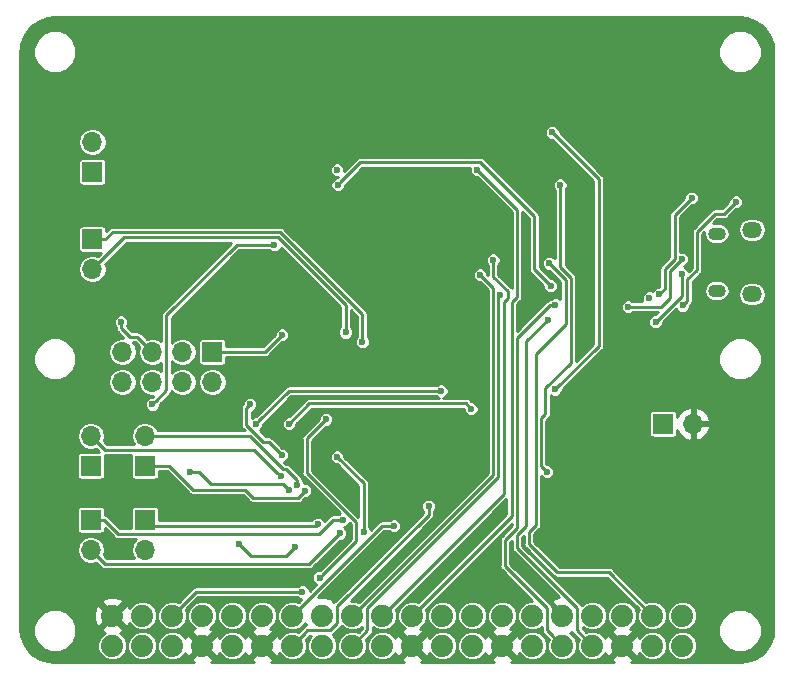
<source format=gbl>
G04 #@! TF.GenerationSoftware,KiCad,Pcbnew,5.0.1+dfsg1-3~bpo9+1*
G04 #@! TF.CreationDate,2018-12-29T18:45:15+00:00*
G04 #@! TF.ProjectId,esp32_io_board,65737033325F696F5F626F6172642E6B,rev?*
G04 #@! TF.SameCoordinates,Original*
G04 #@! TF.FileFunction,Copper,L2,Bot,Signal*
G04 #@! TF.FilePolarity,Positive*
%FSLAX46Y46*%
G04 Gerber Fmt 4.6, Leading zero omitted, Abs format (unit mm)*
G04 Created by KiCad (PCBNEW 5.0.1+dfsg1-3~bpo9+1) date Sat 29 Dec 2018 06:45:15 PM UTC*
%MOMM*%
%LPD*%
G01*
G04 APERTURE LIST*
G04 #@! TA.AperFunction,ComponentPad*
%ADD10C,1.879600*%
G04 #@! TD*
G04 #@! TA.AperFunction,ComponentPad*
%ADD11O,1.700000X1.700000*%
G04 #@! TD*
G04 #@! TA.AperFunction,ComponentPad*
%ADD12R,1.700000X1.700000*%
G04 #@! TD*
G04 #@! TA.AperFunction,ComponentPad*
%ADD13O,1.700000X1.350000*%
G04 #@! TD*
G04 #@! TA.AperFunction,ComponentPad*
%ADD14O,1.500000X1.100000*%
G04 #@! TD*
G04 #@! TA.AperFunction,ViaPad*
%ADD15C,0.600000*%
G04 #@! TD*
G04 #@! TA.AperFunction,Conductor*
%ADD16C,0.250000*%
G04 #@! TD*
G04 #@! TA.AperFunction,Conductor*
%ADD17C,0.254000*%
G04 #@! TD*
G04 APERTURE END LIST*
D10*
G04 #@! TO.P,J5,1*
G04 #@! TO.N,Net-(D8-Pad1)*
X213150000Y-129010000D03*
G04 #@! TO.P,J5,2*
G04 #@! TO.N,Net-(J5-Pad2)*
X213150000Y-131550000D03*
G04 #@! TO.P,J5,3*
G04 #@! TO.N,/sda0*
X210610000Y-129010000D03*
G04 #@! TO.P,J5,4*
G04 #@! TO.N,Net-(J5-Pad4)*
X210610000Y-131550000D03*
G04 #@! TO.P,J5,5*
G04 #@! TO.N,/scl0*
X208070000Y-129010000D03*
G04 #@! TO.P,J5,6*
G04 #@! TO.N,GND*
X208070000Y-131550000D03*
G04 #@! TO.P,J5,7*
G04 #@! TO.N,Net-(J5-Pad7)*
X205530000Y-129010000D03*
G04 #@! TO.P,J5,8*
G04 #@! TO.N,/rx*
X205530000Y-131550000D03*
G04 #@! TO.P,J5,9*
G04 #@! TO.N,GND*
X202990000Y-129010000D03*
G04 #@! TO.P,J5,10*
G04 #@! TO.N,/tx*
X202990000Y-131550000D03*
G04 #@! TO.P,J5,11*
G04 #@! TO.N,Net-(J5-Pad11)*
X200450000Y-129010000D03*
G04 #@! TO.P,J5,12*
G04 #@! TO.N,Net-(J5-Pad12)*
X200450000Y-131550000D03*
G04 #@! TO.P,J5,13*
G04 #@! TO.N,Net-(J5-Pad13)*
X197910000Y-129010000D03*
G04 #@! TO.P,J5,14*
G04 #@! TO.N,GND*
X197910000Y-131550000D03*
G04 #@! TO.P,J5,15*
G04 #@! TO.N,Net-(J5-Pad15)*
X195370000Y-129010000D03*
G04 #@! TO.P,J5,16*
G04 #@! TO.N,Net-(J5-Pad16)*
X195370000Y-131550000D03*
G04 #@! TO.P,J5,17*
G04 #@! TO.N,Net-(D8-Pad1)*
X192830000Y-129010000D03*
G04 #@! TO.P,J5,18*
G04 #@! TO.N,Net-(J5-Pad18)*
X192830000Y-131550000D03*
G04 #@! TO.P,J5,19*
G04 #@! TO.N,/mosi*
X190290000Y-129010000D03*
G04 #@! TO.P,J5,20*
G04 #@! TO.N,GND*
X190290000Y-131550000D03*
G04 #@! TO.P,J5,21*
G04 #@! TO.N,/miso*
X187750000Y-129010000D03*
G04 #@! TO.P,J5,22*
G04 #@! TO.N,Net-(J5-Pad22)*
X187750000Y-131550000D03*
G04 #@! TO.P,J5,23*
G04 #@! TO.N,/clk*
X185210000Y-129010000D03*
G04 #@! TO.P,J5,24*
G04 #@! TO.N,/cs*
X185210000Y-131550000D03*
G04 #@! TO.P,J5,25*
G04 #@! TO.N,GND*
X182670000Y-129010000D03*
G04 #@! TO.P,J5,26*
G04 #@! TO.N,Net-(J5-Pad26)*
X182670000Y-131550000D03*
G04 #@! TO.P,J5,27*
G04 #@! TO.N,/id_sda*
X180130000Y-129010000D03*
G04 #@! TO.P,J5,28*
G04 #@! TO.N,/id_clk*
X180130000Y-131550000D03*
G04 #@! TO.P,J5,29*
G04 #@! TO.N,Net-(J5-Pad29)*
X177590000Y-129010000D03*
G04 #@! TO.P,J5,30*
G04 #@! TO.N,GND*
X177590000Y-131550000D03*
G04 #@! TO.P,J5,31*
G04 #@! TO.N,Net-(J5-Pad31)*
X175050000Y-129010000D03*
G04 #@! TO.P,J5,32*
G04 #@! TO.N,Net-(J5-Pad32)*
X175050000Y-131550000D03*
G04 #@! TO.P,J5,33*
G04 #@! TO.N,Net-(J5-Pad33)*
X172510000Y-129010000D03*
G04 #@! TO.P,J5,34*
G04 #@! TO.N,GND*
X172510000Y-131550000D03*
G04 #@! TO.P,J5,35*
G04 #@! TO.N,Net-(J5-Pad35)*
X169970000Y-129010000D03*
G04 #@! TO.P,J5,36*
G04 #@! TO.N,Net-(J5-Pad36)*
X169970000Y-131550000D03*
G04 #@! TO.P,J5,37*
G04 #@! TO.N,Net-(J5-Pad37)*
X167430000Y-129010000D03*
G04 #@! TO.P,J5,38*
G04 #@! TO.N,Net-(J5-Pad38)*
X167430000Y-131550000D03*
G04 #@! TO.P,J5,39*
G04 #@! TO.N,GND*
X164890000Y-129010000D03*
G04 #@! TO.P,J5,40*
G04 #@! TO.N,Net-(J5-Pad40)*
X164890000Y-131550000D03*
G04 #@! TD*
D11*
G04 #@! TO.P,J13,2*
G04 #@! TO.N,Net-(J13-Pad2)*
X167640000Y-123444000D03*
D12*
G04 #@! TO.P,J13,1*
G04 #@! TO.N,Net-(J13-Pad1)*
X167640000Y-120904000D03*
G04 #@! TD*
G04 #@! TO.P,J4,1*
G04 #@! TO.N,Net-(J4-Pad1)*
X163195000Y-97155000D03*
D11*
G04 #@! TO.P,J4,2*
G04 #@! TO.N,Net-(J4-Pad2)*
X163195000Y-99695000D03*
G04 #@! TD*
D13*
G04 #@! TO.P,J1,6*
G04 #@! TO.N,Net-(J1-Pad6)*
X219047000Y-96355000D03*
X219047000Y-101815000D03*
D14*
X216047000Y-96665000D03*
X216047000Y-101505000D03*
G04 #@! TD*
D11*
G04 #@! TO.P,J2,8*
G04 #@! TO.N,Net-(J2-Pad8)*
X165735000Y-109220000D03*
G04 #@! TO.P,J2,7*
G04 #@! TO.N,Net-(J2-Pad7)*
X165735000Y-106680000D03*
G04 #@! TO.P,J2,6*
G04 #@! TO.N,Net-(J2-Pad6)*
X168275000Y-109220000D03*
G04 #@! TO.P,J2,5*
G04 #@! TO.N,Net-(J2-Pad5)*
X168275000Y-106680000D03*
G04 #@! TO.P,J2,4*
G04 #@! TO.N,Net-(J2-Pad4)*
X170815000Y-109220000D03*
G04 #@! TO.P,J2,3*
G04 #@! TO.N,Net-(J2-Pad3)*
X170815000Y-106680000D03*
G04 #@! TO.P,J2,2*
G04 #@! TO.N,Net-(J2-Pad2)*
X173355000Y-109220000D03*
D12*
G04 #@! TO.P,J2,1*
G04 #@! TO.N,Net-(J2-Pad1)*
X173355000Y-106680000D03*
G04 #@! TD*
D11*
G04 #@! TO.P,J3,2*
G04 #@! TO.N,Net-(J3-Pad2)*
X163195000Y-88900000D03*
D12*
G04 #@! TO.P,J3,1*
G04 #@! TO.N,Net-(J3-Pad1)*
X163195000Y-91440000D03*
G04 #@! TD*
G04 #@! TO.P,J7,1*
G04 #@! TO.N,VCC*
X211518500Y-112776000D03*
D11*
G04 #@! TO.P,J7,2*
G04 #@! TO.N,GND*
X214058500Y-112776000D03*
G04 #@! TD*
D12*
G04 #@! TO.P,J11,1*
G04 #@! TO.N,Net-(J11-Pad1)*
X163068000Y-116332000D03*
D11*
G04 #@! TO.P,J11,2*
G04 #@! TO.N,Net-(J11-Pad2)*
X163068000Y-113792000D03*
G04 #@! TD*
G04 #@! TO.P,J12,2*
G04 #@! TO.N,Net-(J12-Pad2)*
X167640000Y-113792000D03*
D12*
G04 #@! TO.P,J12,1*
G04 #@! TO.N,Net-(J12-Pad1)*
X167640000Y-116332000D03*
G04 #@! TD*
G04 #@! TO.P,J14,1*
G04 #@! TO.N,Net-(J14-Pad1)*
X163068000Y-120904000D03*
D11*
G04 #@! TO.P,J14,2*
G04 #@! TO.N,Net-(J14-Pad2)*
X163068000Y-123444000D03*
G04 #@! TD*
D15*
G04 #@! TO.N,+3V3*
X210312000Y-102108000D03*
X183896000Y-91270000D03*
G04 #@! TO.N,GND*
X179070000Y-89535000D03*
X204114500Y-93497500D03*
X201823500Y-90000000D03*
X212979000Y-84106000D03*
X183309500Y-108775500D03*
X181610000Y-112141000D03*
X172792000Y-119761000D03*
X171958000Y-120205500D03*
X217170000Y-112776000D03*
X203622500Y-115992500D03*
X201580500Y-84106000D03*
X169418000Y-89916000D03*
X168497000Y-83598000D03*
X177632000Y-85366500D03*
X185674000Y-115062000D03*
X212918500Y-109604000D03*
X207451500Y-109604000D03*
X204724000Y-105664000D03*
X207010000Y-106235500D03*
X213360000Y-97993000D03*
X211734500Y-94488000D03*
X207264000Y-102108000D03*
X183897000Y-118364000D03*
X213360000Y-95478500D03*
X206311500Y-116332000D03*
X208788000Y-116191000D03*
X180391000Y-110744000D03*
G04 #@! TO.N,+5V*
X217675500Y-93980000D03*
X213169500Y-102743000D03*
G04 #@! TO.N,/RESET*
X183980000Y-92540000D03*
X201993500Y-101092000D03*
G04 #@! TO.N,Net-(D1-Pad1)*
X210881002Y-104140000D03*
X213106000Y-100076000D03*
G04 #@! TO.N,Net-(D2-Pad1)*
X213106000Y-98831000D03*
X208538000Y-102870000D03*
G04 #@! TO.N,Net-(F1-Pad1)*
X211201000Y-101790500D03*
X211201000Y-101790500D03*
X213931500Y-93662500D03*
G04 #@! TO.N,Net-(J2-Pad6)*
X168275000Y-111125000D03*
X178605000Y-97620000D03*
G04 #@! TO.N,Net-(J2-Pad5)*
X165608000Y-104140000D03*
G04 #@! TO.N,Net-(J2-Pad1)*
X179240000Y-105240000D03*
G04 #@! TO.N,Net-(J11-Pad1)*
X179873000Y-118405000D03*
X171450000Y-116840000D03*
G04 #@! TO.N,Net-(J11-Pad2)*
X179152968Y-117230990D03*
G04 #@! TO.N,Net-(J12-Pad2)*
X180523000Y-117927000D03*
G04 #@! TO.N,Net-(J12-Pad1)*
X181173000Y-118435000D03*
G04 #@! TO.N,Net-(J13-Pad1)*
X182273010Y-121285000D03*
G04 #@! TO.N,Net-(J13-Pad2)*
X180340000Y-123190000D03*
X175641000Y-122936000D03*
G04 #@! TO.N,Net-(J14-Pad2)*
X184121256Y-122041423D03*
G04 #@! TO.N,Net-(J14-Pad1)*
X184404000Y-120904000D03*
G04 #@! TO.N,Net-(JP3-Pad1)*
X176530000Y-111125000D03*
X179223000Y-115417000D03*
G04 #@! TO.N,Net-(SW2-Pad1)*
X202120500Y-88106000D03*
X202374500Y-109855000D03*
G04 #@! TO.N,/sda0*
X201866500Y-99187000D03*
G04 #@! TO.N,/scl0*
X201676000Y-116840000D03*
X202798500Y-92540000D03*
G04 #@! TO.N,/rx*
X201760000Y-103970000D03*
G04 #@! TO.N,/tx*
X202395000Y-102700000D03*
G04 #@! TO.N,/mosi*
X195750000Y-91270000D03*
G04 #@! TO.N,/miso*
X197124500Y-98890000D03*
G04 #@! TO.N,/clk*
X196004000Y-100160000D03*
G04 #@! TO.N,/cs*
X197729010Y-101860281D03*
G04 #@! TO.N,Net-(J5-Pad35)*
X180975000Y-127000000D03*
G04 #@! TO.N,/id_sda*
X188722000Y-121412000D03*
G04 #@! TO.N,/id_clk*
X191658000Y-119746000D03*
G04 #@! TO.N,Net-(JP4-Pad2)*
X182978000Y-112395000D03*
X182435500Y-125793500D03*
G04 #@! TO.N,Net-(JP7-Pad2)*
X183903000Y-115570000D03*
X186162012Y-121950839D03*
G04 #@! TO.N,Net-(J4-Pad1)*
X186055000Y-105841800D03*
G04 #@! TO.N,Net-(J4-Pad2)*
X184632600Y-105029000D03*
G04 #@! TO.N,Net-(R14-Pad1)*
X179832000Y-112776000D03*
X195262500Y-111506000D03*
G04 #@! TO.N,Net-(R13-Pad1)*
X192722500Y-109982000D03*
X177038000Y-112776000D03*
G04 #@! TD*
D16*
G04 #@! TO.N,+5V*
X213556010Y-102356490D02*
X213169500Y-102743000D01*
X213556010Y-100550992D02*
X213556010Y-102356490D01*
X214376000Y-99731002D02*
X213556010Y-100550992D01*
X217675500Y-93980000D02*
X216659500Y-94996000D01*
X216659500Y-94996000D02*
X215900000Y-94996000D01*
X215900000Y-94996000D02*
X214376000Y-96520000D01*
X214376000Y-96520000D02*
X214376000Y-99731002D01*
G04 #@! TO.N,/RESET*
X196050001Y-90644999D02*
X185875001Y-90644999D01*
X185875001Y-90644999D02*
X184279999Y-92240001D01*
X200602011Y-99700511D02*
X200602011Y-95197009D01*
X184279999Y-92240001D02*
X183980000Y-92540000D01*
X200602011Y-95197009D02*
X196050001Y-90644999D01*
X201993500Y-101092000D02*
X200602011Y-99700511D01*
G04 #@! TO.N,Net-(D1-Pad1)*
X213106000Y-101915002D02*
X210881002Y-104140000D01*
X213106000Y-100076000D02*
X213106000Y-101915002D01*
G04 #@! TO.N,Net-(D2-Pad1)*
X212090000Y-102108000D02*
X212090000Y-99847000D01*
X212090000Y-99847000D02*
X213106000Y-98831000D01*
X211328000Y-102870000D02*
X212090000Y-102108000D01*
X208538000Y-102870000D02*
X211328000Y-102870000D01*
G04 #@! TO.N,Net-(F1-Pad1)*
X213631501Y-93962499D02*
X213931500Y-93662500D01*
X212480999Y-95113001D02*
X213631501Y-93962499D01*
X211639991Y-101351509D02*
X211639991Y-99660599D01*
X212480999Y-98819591D02*
X212480999Y-95113001D01*
X211639991Y-99660599D02*
X212480999Y-98819591D01*
X211201000Y-101790500D02*
X211639991Y-101351509D01*
G04 #@! TO.N,Net-(J2-Pad6)*
X168574999Y-110825001D02*
X168275000Y-111125000D01*
X169450001Y-109949999D02*
X168574999Y-110825001D01*
X169450001Y-103599999D02*
X169450001Y-109949999D01*
X175430000Y-97620000D02*
X169450001Y-103599999D01*
X178605000Y-97620000D02*
X175430000Y-97620000D01*
G04 #@! TO.N,Net-(J2-Pad5)*
X165608000Y-104140000D02*
X165608000Y-104140000D01*
X168275000Y-106680000D02*
X167005000Y-105410000D01*
X167005000Y-105410000D02*
X166370000Y-105410000D01*
X165608000Y-104648000D02*
X165608000Y-104140000D01*
X166370000Y-105410000D02*
X165608000Y-104648000D01*
G04 #@! TO.N,Net-(J2-Pad1)*
X177800000Y-106680000D02*
X179240000Y-105240000D01*
X173355000Y-106680000D02*
X177800000Y-106680000D01*
G04 #@! TO.N,Net-(J11-Pad1)*
X171450000Y-116840000D02*
X171450000Y-116840000D01*
X172212000Y-116840000D02*
X171450000Y-116840000D01*
X179873000Y-118405000D02*
X179324000Y-117856000D01*
X173228000Y-117856000D02*
X172212000Y-116840000D01*
X179324000Y-117856000D02*
X173228000Y-117856000D01*
G04 #@! TO.N,Net-(J11-Pad2)*
X163068000Y-113792000D02*
X164243001Y-114967001D01*
X178852969Y-116930991D02*
X179152968Y-117230990D01*
X176888979Y-114967001D02*
X178852969Y-116930991D01*
X164243001Y-114967001D02*
X176888979Y-114967001D01*
G04 #@! TO.N,Net-(J12-Pad2)*
X176530000Y-113792000D02*
X179343989Y-116605989D01*
X179626253Y-116605989D02*
X180523000Y-117502736D01*
X167640000Y-113792000D02*
X176530000Y-113792000D01*
X179343989Y-116605989D02*
X179626253Y-116605989D01*
X180523000Y-117502736D02*
X180523000Y-117927000D01*
G04 #@! TO.N,Net-(J12-Pad1)*
X169672000Y-116332000D02*
X167640000Y-116332000D01*
X171704000Y-118364000D02*
X169672000Y-116332000D01*
X181173000Y-118435000D02*
X180577999Y-119030001D01*
X180577999Y-119030001D02*
X176784000Y-119030001D01*
X176784000Y-119030001D02*
X176117999Y-118364000D01*
X176117999Y-118364000D02*
X171704000Y-118364000D01*
G04 #@! TO.N,Net-(J13-Pad1)*
X182146010Y-121412000D02*
X182273010Y-121285000D01*
X168148000Y-121412000D02*
X182146010Y-121412000D01*
X167640000Y-120904000D02*
X168148000Y-121412000D01*
G04 #@! TO.N,Net-(J13-Pad2)*
X176657000Y-123952000D02*
X175641000Y-122936000D01*
X179578000Y-123952000D02*
X176657000Y-123952000D01*
X180340000Y-123190000D02*
X179578000Y-123952000D01*
G04 #@! TO.N,Net-(J14-Pad2)*
X164243001Y-124619001D02*
X181543678Y-124619001D01*
X181543678Y-124619001D02*
X183821257Y-122341422D01*
X183821257Y-122341422D02*
X184121256Y-122041423D01*
X163068000Y-123444000D02*
X164243001Y-124619001D01*
G04 #@! TO.N,Net-(J14-Pad1)*
X165343001Y-122079001D02*
X182404011Y-122079001D01*
X164168000Y-120904000D02*
X165343001Y-122079001D01*
X163068000Y-120904000D02*
X164168000Y-120904000D01*
X183579012Y-120904000D02*
X183979736Y-120904000D01*
X183979736Y-120904000D02*
X184404000Y-120904000D01*
X182404011Y-122079001D02*
X183579012Y-120904000D01*
G04 #@! TO.N,Net-(JP3-Pad1)*
X176225200Y-111429800D02*
X176225200Y-112850790D01*
X176225200Y-112850790D02*
X177674410Y-114300000D01*
X176530000Y-111125000D02*
X176225200Y-111429800D01*
X178106000Y-114300000D02*
X179223000Y-115417000D01*
X177674410Y-114300000D02*
X178106000Y-114300000D01*
G04 #@! TO.N,Net-(SW2-Pad1)*
X206057500Y-106172000D02*
X202374500Y-109855000D01*
X206057500Y-92043000D02*
X206057500Y-106172000D01*
X202120500Y-88106000D02*
X206057500Y-92043000D01*
G04 #@! TO.N,/sda0*
X200152000Y-122936000D02*
X202562500Y-125346500D01*
X203263500Y-104330500D02*
X200723500Y-106870500D01*
X202562500Y-125346500D02*
X206946500Y-125346500D01*
X203263500Y-100584000D02*
X203263500Y-104330500D01*
X200723500Y-106870500D02*
X200723500Y-121348500D01*
X200723500Y-121348500D02*
X200152000Y-121920000D01*
X200152000Y-121920000D02*
X200152000Y-122936000D01*
X201866500Y-99187000D02*
X203263500Y-100584000D01*
X206946500Y-125346500D02*
X210610000Y-129010000D01*
G04 #@! TO.N,/scl0*
X201173510Y-116337510D02*
X201676000Y-116840000D01*
X201173510Y-112325990D02*
X201173510Y-116337510D01*
X201554510Y-111944990D02*
X201173510Y-112325990D01*
X201554510Y-109749988D02*
X201554510Y-111944990D01*
X202798500Y-92540000D02*
X202798500Y-99482590D01*
X203713510Y-100397600D02*
X203713510Y-107590988D01*
X202798500Y-99482590D02*
X203713510Y-100397600D01*
X203713510Y-107590988D02*
X201554510Y-109749988D01*
G04 #@! TO.N,/rx*
X199930906Y-105799094D02*
X201760000Y-103970000D01*
X199136000Y-122206906D02*
X199930906Y-121412000D01*
X205530000Y-131550000D02*
X204254801Y-130274801D01*
X199136000Y-123284094D02*
X199136000Y-122206906D01*
X199930906Y-121412000D02*
X199930906Y-105799094D01*
X204254801Y-130274801D02*
X204254801Y-128402895D01*
X204254801Y-128402895D02*
X199136000Y-123284094D01*
G04 #@! TO.N,/tx*
X199136000Y-121570496D02*
X198120000Y-122586496D01*
X198120000Y-124808094D02*
X201714801Y-128402895D01*
X198120000Y-122586496D02*
X198120000Y-124808094D01*
X199136000Y-105534736D02*
X199136000Y-121570496D01*
X201714801Y-128402895D02*
X201714801Y-130274801D01*
X202050201Y-130610201D02*
X202990000Y-131550000D01*
X201714801Y-130274801D02*
X202050201Y-130610201D01*
X201970736Y-102700000D02*
X199136000Y-105534736D01*
X202395000Y-102700000D02*
X201970736Y-102700000D01*
G04 #@! TO.N,/mosi*
X198691500Y-102459206D02*
X198691500Y-105342825D01*
X191229799Y-128070201D02*
X190290000Y-129010000D01*
X199136000Y-102014706D02*
X198691500Y-102459206D01*
X198685989Y-105348336D02*
X198685989Y-120614011D01*
X198685989Y-120614011D02*
X191229799Y-128070201D01*
X195750000Y-91270000D02*
X199136000Y-94656000D01*
X198691500Y-105342825D02*
X198685989Y-105348336D01*
X199136000Y-94656000D02*
X199136000Y-102014706D01*
G04 #@! TO.N,/miso*
X198354012Y-101560279D02*
X198354012Y-102160283D01*
X198062011Y-118697989D02*
X188689799Y-128070201D01*
X198062011Y-102452284D02*
X198062011Y-118697989D01*
X197124500Y-98890000D02*
X197124500Y-100330767D01*
X188689799Y-128070201D02*
X187750000Y-129010000D01*
X197124500Y-100330767D02*
X198354012Y-101560279D01*
X198354012Y-102160283D02*
X198062011Y-102452284D01*
G04 #@! TO.N,/clk*
X197104000Y-117116000D02*
X185210000Y-129010000D01*
X197104000Y-101260000D02*
X197104000Y-117116000D01*
X196004000Y-100160000D02*
X197104000Y-101260000D01*
G04 #@! TO.N,/cs*
X186485199Y-130274801D02*
X186485199Y-128371211D01*
X197554011Y-102035280D02*
X197729010Y-101860281D01*
X186485199Y-128371211D02*
X197554011Y-117302400D01*
X185210000Y-131550000D02*
X186485199Y-130274801D01*
X197554011Y-110744000D02*
X197554011Y-102035280D01*
X197554011Y-117302400D02*
X197554011Y-110744000D01*
G04 #@! TO.N,Net-(J5-Pad35)*
X171980000Y-127000000D02*
X169970000Y-129010000D01*
X180975000Y-127000000D02*
X171980000Y-127000000D01*
G04 #@! TO.N,/id_sda*
X187728000Y-121412000D02*
X180130000Y-129010000D01*
X188722000Y-121412000D02*
X187728000Y-121412000D01*
G04 #@! TO.N,/id_clk*
X181069799Y-130610201D02*
X180130000Y-131550000D01*
X183277105Y-130274801D02*
X181405199Y-130274801D01*
X181405199Y-130274801D02*
X181069799Y-130610201D01*
X183934801Y-129617105D02*
X183277105Y-130274801D01*
X183934801Y-128231199D02*
X183934801Y-129617105D01*
X191658000Y-120508000D02*
X183934801Y-128231199D01*
X191658000Y-119746000D02*
X191658000Y-120508000D01*
G04 #@! TO.N,Net-(JP4-Pad2)*
X182735499Y-125493501D02*
X182435500Y-125793500D01*
X185537002Y-122691998D02*
X182735499Y-125493501D01*
X182978000Y-112395000D02*
X181356000Y-114017000D01*
X181356000Y-114017000D02*
X181356000Y-116930996D01*
X185537002Y-121111998D02*
X185537002Y-122691998D01*
X181356000Y-116930996D02*
X185537002Y-121111998D01*
G04 #@! TO.N,Net-(JP7-Pad2)*
X186162012Y-117829012D02*
X186162012Y-121526575D01*
X183903000Y-115570000D02*
X186162012Y-117829012D01*
X186162012Y-121526575D02*
X186162012Y-121950839D01*
G04 #@! TO.N,Net-(J4-Pad1)*
X186055000Y-103508588D02*
X186055000Y-105417536D01*
X179091402Y-96544990D02*
X186055000Y-103508588D01*
X164905011Y-96544989D02*
X179091402Y-96544990D01*
X186055000Y-105417536D02*
X186055000Y-105841800D01*
X164295000Y-97155000D02*
X164905011Y-96544989D01*
X163195000Y-97155000D02*
X164295000Y-97155000D01*
G04 #@! TO.N,Net-(J4-Pad2)*
X164044999Y-98845001D02*
X163195000Y-99695000D01*
X165895001Y-96994999D02*
X164044999Y-98845001D01*
X178905001Y-96994999D02*
X165895001Y-96994999D01*
X184632600Y-102722598D02*
X178905001Y-96994999D01*
X184632600Y-105029000D02*
X184632600Y-102722598D01*
G04 #@! TO.N,Net-(R14-Pad1)*
X193230500Y-111043999D02*
X193230500Y-111043999D01*
X194800499Y-111043999D02*
X195262500Y-111506000D01*
X181564001Y-111043999D02*
X194800499Y-111043999D01*
X179832000Y-112776000D02*
X181564001Y-111043999D01*
G04 #@! TO.N,Net-(R13-Pad1)*
X179832000Y-109982000D02*
X177337999Y-112476001D01*
X192722500Y-109982000D02*
X192722500Y-109982000D01*
X192722500Y-109982000D02*
X179832000Y-109982000D01*
X177337999Y-112476001D02*
X177038000Y-112776000D01*
G04 #@! TD*
D17*
G04 #@! TO.N,GND*
G36*
X218619123Y-78431815D02*
X219226198Y-78644239D01*
X219770782Y-78986425D01*
X220225575Y-79441218D01*
X220567761Y-79985802D01*
X220780185Y-80592877D01*
X220853000Y-81239128D01*
X220853000Y-130088872D01*
X220780185Y-130735123D01*
X220567761Y-131342198D01*
X220225575Y-131886782D01*
X219770782Y-132341575D01*
X219226198Y-132683761D01*
X218619123Y-132896185D01*
X217972872Y-132969000D01*
X208788766Y-132969000D01*
X208908077Y-132919580D01*
X208999363Y-132658968D01*
X208070000Y-131729605D01*
X207140637Y-132658968D01*
X207231923Y-132919580D01*
X207366146Y-132969000D01*
X198628766Y-132969000D01*
X198748077Y-132919580D01*
X198839363Y-132658968D01*
X197910000Y-131729605D01*
X196980637Y-132658968D01*
X197071923Y-132919580D01*
X197206146Y-132969000D01*
X191008766Y-132969000D01*
X191128077Y-132919580D01*
X191219363Y-132658968D01*
X190290000Y-131729605D01*
X189360637Y-132658968D01*
X189451923Y-132919580D01*
X189586146Y-132969000D01*
X178308766Y-132969000D01*
X178428077Y-132919580D01*
X178519363Y-132658968D01*
X177590000Y-131729605D01*
X176660637Y-132658968D01*
X176751923Y-132919580D01*
X176886146Y-132969000D01*
X173228766Y-132969000D01*
X173348077Y-132919580D01*
X173439363Y-132658968D01*
X172510000Y-131729605D01*
X171580637Y-132658968D01*
X171671923Y-132919580D01*
X171806146Y-132969000D01*
X159979128Y-132969000D01*
X159332877Y-132896185D01*
X158725802Y-132683761D01*
X158181218Y-132341575D01*
X157726425Y-131886782D01*
X157384239Y-131342198D01*
X157171815Y-130735123D01*
X157099000Y-130088872D01*
X157099000Y-129916587D01*
X158193000Y-129916587D01*
X158193000Y-130643413D01*
X158471144Y-131314912D01*
X158985088Y-131828856D01*
X159656587Y-132107000D01*
X160383413Y-132107000D01*
X161054912Y-131828856D01*
X161568856Y-131314912D01*
X161575853Y-131298018D01*
X163623200Y-131298018D01*
X163623200Y-131801982D01*
X163816059Y-132267585D01*
X164172415Y-132623941D01*
X164638018Y-132816800D01*
X165141982Y-132816800D01*
X165607585Y-132623941D01*
X165963941Y-132267585D01*
X166156800Y-131801982D01*
X166156800Y-131298018D01*
X166163200Y-131298018D01*
X166163200Y-131801982D01*
X166356059Y-132267585D01*
X166712415Y-132623941D01*
X167178018Y-132816800D01*
X167681982Y-132816800D01*
X168147585Y-132623941D01*
X168503941Y-132267585D01*
X168696800Y-131801982D01*
X168696800Y-131298018D01*
X168703200Y-131298018D01*
X168703200Y-131801982D01*
X168896059Y-132267585D01*
X169252415Y-132623941D01*
X169718018Y-132816800D01*
X170221982Y-132816800D01*
X170687585Y-132623941D01*
X171043941Y-132267585D01*
X171067226Y-132211370D01*
X171140420Y-132388077D01*
X171401032Y-132479363D01*
X172330395Y-131550000D01*
X172689605Y-131550000D01*
X173618968Y-132479363D01*
X173879580Y-132388077D01*
X173948469Y-132200977D01*
X173976059Y-132267585D01*
X174332415Y-132623941D01*
X174798018Y-132816800D01*
X175301982Y-132816800D01*
X175767585Y-132623941D01*
X176123941Y-132267585D01*
X176147226Y-132211370D01*
X176220420Y-132388077D01*
X176481032Y-132479363D01*
X177410395Y-131550000D01*
X176481032Y-130620637D01*
X176220420Y-130711923D01*
X176151531Y-130899023D01*
X176123941Y-130832415D01*
X175767585Y-130476059D01*
X175301982Y-130283200D01*
X174798018Y-130283200D01*
X174332415Y-130476059D01*
X173976059Y-130832415D01*
X173952774Y-130888630D01*
X173879580Y-130711923D01*
X173618968Y-130620637D01*
X172689605Y-131550000D01*
X172330395Y-131550000D01*
X171401032Y-130620637D01*
X171140420Y-130711923D01*
X171071531Y-130899023D01*
X171043941Y-130832415D01*
X170687585Y-130476059D01*
X170221982Y-130283200D01*
X169718018Y-130283200D01*
X169252415Y-130476059D01*
X168896059Y-130832415D01*
X168703200Y-131298018D01*
X168696800Y-131298018D01*
X168503941Y-130832415D01*
X168147585Y-130476059D01*
X167681982Y-130283200D01*
X167178018Y-130283200D01*
X166712415Y-130476059D01*
X166356059Y-130832415D01*
X166163200Y-131298018D01*
X166156800Y-131298018D01*
X165963941Y-130832415D01*
X165607585Y-130476059D01*
X165551370Y-130452774D01*
X165728077Y-130379580D01*
X165819363Y-130118968D01*
X164890000Y-129189605D01*
X163960637Y-130118968D01*
X164051923Y-130379580D01*
X164239023Y-130448469D01*
X164172415Y-130476059D01*
X163816059Y-130832415D01*
X163623200Y-131298018D01*
X161575853Y-131298018D01*
X161847000Y-130643413D01*
X161847000Y-129916587D01*
X161568856Y-129245088D01*
X161083601Y-128759833D01*
X163303955Y-128759833D01*
X163328951Y-129385828D01*
X163520420Y-129848077D01*
X163781032Y-129939363D01*
X164710395Y-129010000D01*
X165069605Y-129010000D01*
X165998968Y-129939363D01*
X166259580Y-129848077D01*
X166328469Y-129660977D01*
X166356059Y-129727585D01*
X166712415Y-130083941D01*
X167178018Y-130276800D01*
X167681982Y-130276800D01*
X168147585Y-130083941D01*
X168503941Y-129727585D01*
X168696800Y-129261982D01*
X168696800Y-128758018D01*
X168503941Y-128292415D01*
X168147585Y-127936059D01*
X167681982Y-127743200D01*
X167178018Y-127743200D01*
X166712415Y-127936059D01*
X166356059Y-128292415D01*
X166332774Y-128348630D01*
X166259580Y-128171923D01*
X165998968Y-128080637D01*
X165069605Y-129010000D01*
X164710395Y-129010000D01*
X163781032Y-128080637D01*
X163520420Y-128171923D01*
X163303955Y-128759833D01*
X161083601Y-128759833D01*
X161054912Y-128731144D01*
X160383413Y-128453000D01*
X159656587Y-128453000D01*
X158985088Y-128731144D01*
X158471144Y-129245088D01*
X158193000Y-129916587D01*
X157099000Y-129916587D01*
X157099000Y-127901032D01*
X163960637Y-127901032D01*
X164890000Y-128830395D01*
X165819363Y-127901032D01*
X165728077Y-127640420D01*
X165140167Y-127423955D01*
X164514172Y-127448951D01*
X164051923Y-127640420D01*
X163960637Y-127901032D01*
X157099000Y-127901032D01*
X157099000Y-123444000D01*
X161867942Y-123444000D01*
X161959291Y-123903242D01*
X162219431Y-124292569D01*
X162608758Y-124552709D01*
X162952080Y-124621000D01*
X163183920Y-124621000D01*
X163527242Y-124552709D01*
X163533382Y-124548606D01*
X163891908Y-124907132D01*
X163917127Y-124944875D01*
X164066639Y-125044776D01*
X164198483Y-125071001D01*
X164198484Y-125071001D01*
X164243000Y-125079856D01*
X164287517Y-125071001D01*
X181499160Y-125071001D01*
X181543678Y-125079856D01*
X181588196Y-125071001D01*
X181720040Y-125044776D01*
X181869552Y-124944875D01*
X181894771Y-124907132D01*
X184133481Y-122668423D01*
X184245974Y-122668423D01*
X184476423Y-122572968D01*
X184652801Y-122396590D01*
X184748256Y-122166141D01*
X184748256Y-121916705D01*
X184652801Y-121686256D01*
X184497545Y-121531000D01*
X184528718Y-121531000D01*
X184759167Y-121435545D01*
X184935545Y-121259167D01*
X184967588Y-121181809D01*
X185085002Y-121299223D01*
X185085003Y-122504773D01*
X182447368Y-125142408D01*
X182447365Y-125142410D01*
X182423275Y-125166500D01*
X182310782Y-125166500D01*
X182080333Y-125261955D01*
X181903955Y-125438333D01*
X181808500Y-125668782D01*
X181808500Y-125918218D01*
X181903955Y-126148667D01*
X182080333Y-126325045D01*
X182147789Y-126352986D01*
X181602000Y-126898776D01*
X181602000Y-126875282D01*
X181506545Y-126644833D01*
X181330167Y-126468455D01*
X181099718Y-126373000D01*
X180850282Y-126373000D01*
X180619833Y-126468455D01*
X180540288Y-126548000D01*
X172024516Y-126548000D01*
X171979999Y-126539145D01*
X171935483Y-126548000D01*
X171935482Y-126548000D01*
X171803638Y-126574225D01*
X171654126Y-126674126D01*
X171628909Y-126711866D01*
X170487567Y-127853209D01*
X170221982Y-127743200D01*
X169718018Y-127743200D01*
X169252415Y-127936059D01*
X168896059Y-128292415D01*
X168703200Y-128758018D01*
X168703200Y-129261982D01*
X168896059Y-129727585D01*
X169252415Y-130083941D01*
X169718018Y-130276800D01*
X170221982Y-130276800D01*
X170687585Y-130083941D01*
X171043941Y-129727585D01*
X171236800Y-129261982D01*
X171236800Y-128758018D01*
X171243200Y-128758018D01*
X171243200Y-129261982D01*
X171436059Y-129727585D01*
X171792415Y-130083941D01*
X171848630Y-130107226D01*
X171671923Y-130180420D01*
X171580637Y-130441032D01*
X172510000Y-131370395D01*
X173439363Y-130441032D01*
X173348077Y-130180420D01*
X173160977Y-130111531D01*
X173227585Y-130083941D01*
X173583941Y-129727585D01*
X173776800Y-129261982D01*
X173776800Y-128758018D01*
X173783200Y-128758018D01*
X173783200Y-129261982D01*
X173976059Y-129727585D01*
X174332415Y-130083941D01*
X174798018Y-130276800D01*
X175301982Y-130276800D01*
X175767585Y-130083941D01*
X176123941Y-129727585D01*
X176316800Y-129261982D01*
X176316800Y-128758018D01*
X176323200Y-128758018D01*
X176323200Y-129261982D01*
X176516059Y-129727585D01*
X176872415Y-130083941D01*
X176928630Y-130107226D01*
X176751923Y-130180420D01*
X176660637Y-130441032D01*
X177590000Y-131370395D01*
X178519363Y-130441032D01*
X178428077Y-130180420D01*
X178240977Y-130111531D01*
X178307585Y-130083941D01*
X178663941Y-129727585D01*
X178856800Y-129261982D01*
X178856800Y-128758018D01*
X178663941Y-128292415D01*
X178307585Y-127936059D01*
X177841982Y-127743200D01*
X177338018Y-127743200D01*
X176872415Y-127936059D01*
X176516059Y-128292415D01*
X176323200Y-128758018D01*
X176316800Y-128758018D01*
X176123941Y-128292415D01*
X175767585Y-127936059D01*
X175301982Y-127743200D01*
X174798018Y-127743200D01*
X174332415Y-127936059D01*
X173976059Y-128292415D01*
X173783200Y-128758018D01*
X173776800Y-128758018D01*
X173583941Y-128292415D01*
X173227585Y-127936059D01*
X172761982Y-127743200D01*
X172258018Y-127743200D01*
X171792415Y-127936059D01*
X171436059Y-128292415D01*
X171243200Y-128758018D01*
X171236800Y-128758018D01*
X171126791Y-128492433D01*
X172167225Y-127452000D01*
X180540288Y-127452000D01*
X180619833Y-127531545D01*
X180850282Y-127627000D01*
X180873776Y-127627000D01*
X180647567Y-127853209D01*
X180381982Y-127743200D01*
X179878018Y-127743200D01*
X179412415Y-127936059D01*
X179056059Y-128292415D01*
X178863200Y-128758018D01*
X178863200Y-129261982D01*
X179056059Y-129727585D01*
X179412415Y-130083941D01*
X179878018Y-130276800D01*
X180381982Y-130276800D01*
X180847585Y-130083941D01*
X181203941Y-129727585D01*
X181227226Y-129671370D01*
X181295334Y-129835799D01*
X181228837Y-129849026D01*
X181079325Y-129948927D01*
X181054107Y-129986668D01*
X180781666Y-130259110D01*
X180647567Y-130393209D01*
X180381982Y-130283200D01*
X179878018Y-130283200D01*
X179412415Y-130476059D01*
X179056059Y-130832415D01*
X179032774Y-130888630D01*
X178959580Y-130711923D01*
X178698968Y-130620637D01*
X177769605Y-131550000D01*
X178698968Y-132479363D01*
X178959580Y-132388077D01*
X179028469Y-132200977D01*
X179056059Y-132267585D01*
X179412415Y-132623941D01*
X179878018Y-132816800D01*
X180381982Y-132816800D01*
X180847585Y-132623941D01*
X181203941Y-132267585D01*
X181396800Y-131801982D01*
X181396800Y-131298018D01*
X181286791Y-131032433D01*
X181420890Y-130898334D01*
X181592424Y-130726801D01*
X181701673Y-130726801D01*
X181596059Y-130832415D01*
X181403200Y-131298018D01*
X181403200Y-131801982D01*
X181596059Y-132267585D01*
X181952415Y-132623941D01*
X182418018Y-132816800D01*
X182921982Y-132816800D01*
X183387585Y-132623941D01*
X183743941Y-132267585D01*
X183936800Y-131801982D01*
X183936800Y-131298018D01*
X183743941Y-130832415D01*
X183548562Y-130637036D01*
X183602979Y-130600675D01*
X183628198Y-130562932D01*
X184222934Y-129968197D01*
X184260675Y-129942979D01*
X184297036Y-129888562D01*
X184492415Y-130083941D01*
X184958018Y-130276800D01*
X185461982Y-130276800D01*
X185927585Y-130083941D01*
X186033199Y-129978327D01*
X186033199Y-130087576D01*
X185727567Y-130393209D01*
X185461982Y-130283200D01*
X184958018Y-130283200D01*
X184492415Y-130476059D01*
X184136059Y-130832415D01*
X183943200Y-131298018D01*
X183943200Y-131801982D01*
X184136059Y-132267585D01*
X184492415Y-132623941D01*
X184958018Y-132816800D01*
X185461982Y-132816800D01*
X185927585Y-132623941D01*
X186283941Y-132267585D01*
X186476800Y-131801982D01*
X186476800Y-131298018D01*
X186483200Y-131298018D01*
X186483200Y-131801982D01*
X186676059Y-132267585D01*
X187032415Y-132623941D01*
X187498018Y-132816800D01*
X188001982Y-132816800D01*
X188467585Y-132623941D01*
X188823941Y-132267585D01*
X188847226Y-132211370D01*
X188920420Y-132388077D01*
X189181032Y-132479363D01*
X190110395Y-131550000D01*
X190469605Y-131550000D01*
X191398968Y-132479363D01*
X191659580Y-132388077D01*
X191728469Y-132200977D01*
X191756059Y-132267585D01*
X192112415Y-132623941D01*
X192578018Y-132816800D01*
X193081982Y-132816800D01*
X193547585Y-132623941D01*
X193903941Y-132267585D01*
X194096800Y-131801982D01*
X194096800Y-131298018D01*
X194103200Y-131298018D01*
X194103200Y-131801982D01*
X194296059Y-132267585D01*
X194652415Y-132623941D01*
X195118018Y-132816800D01*
X195621982Y-132816800D01*
X196087585Y-132623941D01*
X196443941Y-132267585D01*
X196467226Y-132211370D01*
X196540420Y-132388077D01*
X196801032Y-132479363D01*
X197730395Y-131550000D01*
X198089605Y-131550000D01*
X199018968Y-132479363D01*
X199279580Y-132388077D01*
X199348469Y-132200977D01*
X199376059Y-132267585D01*
X199732415Y-132623941D01*
X200198018Y-132816800D01*
X200701982Y-132816800D01*
X201167585Y-132623941D01*
X201523941Y-132267585D01*
X201716800Y-131801982D01*
X201716800Y-131298018D01*
X201523941Y-130832415D01*
X201167585Y-130476059D01*
X200701982Y-130283200D01*
X200198018Y-130283200D01*
X199732415Y-130476059D01*
X199376059Y-130832415D01*
X199352774Y-130888630D01*
X199279580Y-130711923D01*
X199018968Y-130620637D01*
X198089605Y-131550000D01*
X197730395Y-131550000D01*
X196801032Y-130620637D01*
X196540420Y-130711923D01*
X196471531Y-130899023D01*
X196443941Y-130832415D01*
X196087585Y-130476059D01*
X195621982Y-130283200D01*
X195118018Y-130283200D01*
X194652415Y-130476059D01*
X194296059Y-130832415D01*
X194103200Y-131298018D01*
X194096800Y-131298018D01*
X193903941Y-130832415D01*
X193547585Y-130476059D01*
X193081982Y-130283200D01*
X192578018Y-130283200D01*
X192112415Y-130476059D01*
X191756059Y-130832415D01*
X191732774Y-130888630D01*
X191659580Y-130711923D01*
X191398968Y-130620637D01*
X190469605Y-131550000D01*
X190110395Y-131550000D01*
X189181032Y-130620637D01*
X188920420Y-130711923D01*
X188851531Y-130899023D01*
X188823941Y-130832415D01*
X188467585Y-130476059D01*
X188001982Y-130283200D01*
X187498018Y-130283200D01*
X187032415Y-130476059D01*
X186676059Y-130832415D01*
X186483200Y-131298018D01*
X186476800Y-131298018D01*
X186366791Y-131032433D01*
X186773333Y-130625892D01*
X186811073Y-130600675D01*
X186910974Y-130451163D01*
X186937199Y-130319319D01*
X186937199Y-130319318D01*
X186946054Y-130274801D01*
X186937199Y-130230283D01*
X186937199Y-129988725D01*
X187032415Y-130083941D01*
X187498018Y-130276800D01*
X188001982Y-130276800D01*
X188467585Y-130083941D01*
X188823941Y-129727585D01*
X189016800Y-129261982D01*
X189016800Y-128758018D01*
X188906791Y-128492433D01*
X189040889Y-128358335D01*
X198233990Y-119165235D01*
X198233990Y-120426785D01*
X190941665Y-127719111D01*
X190807567Y-127853209D01*
X190541982Y-127743200D01*
X190038018Y-127743200D01*
X189572415Y-127936059D01*
X189216059Y-128292415D01*
X189023200Y-128758018D01*
X189023200Y-129261982D01*
X189216059Y-129727585D01*
X189572415Y-130083941D01*
X189628630Y-130107226D01*
X189451923Y-130180420D01*
X189360637Y-130441032D01*
X190290000Y-131370395D01*
X191219363Y-130441032D01*
X191128077Y-130180420D01*
X190940977Y-130111531D01*
X191007585Y-130083941D01*
X191363941Y-129727585D01*
X191556800Y-129261982D01*
X191556800Y-128758018D01*
X191563200Y-128758018D01*
X191563200Y-129261982D01*
X191756059Y-129727585D01*
X192112415Y-130083941D01*
X192578018Y-130276800D01*
X193081982Y-130276800D01*
X193547585Y-130083941D01*
X193903941Y-129727585D01*
X194096800Y-129261982D01*
X194096800Y-128758018D01*
X194103200Y-128758018D01*
X194103200Y-129261982D01*
X194296059Y-129727585D01*
X194652415Y-130083941D01*
X195118018Y-130276800D01*
X195621982Y-130276800D01*
X196087585Y-130083941D01*
X196443941Y-129727585D01*
X196636800Y-129261982D01*
X196636800Y-128758018D01*
X196643200Y-128758018D01*
X196643200Y-129261982D01*
X196836059Y-129727585D01*
X197192415Y-130083941D01*
X197248630Y-130107226D01*
X197071923Y-130180420D01*
X196980637Y-130441032D01*
X197910000Y-131370395D01*
X198839363Y-130441032D01*
X198748077Y-130180420D01*
X198560977Y-130111531D01*
X198627585Y-130083941D01*
X198983941Y-129727585D01*
X199176800Y-129261982D01*
X199176800Y-128758018D01*
X198983941Y-128292415D01*
X198627585Y-127936059D01*
X198161982Y-127743200D01*
X197658018Y-127743200D01*
X197192415Y-127936059D01*
X196836059Y-128292415D01*
X196643200Y-128758018D01*
X196636800Y-128758018D01*
X196443941Y-128292415D01*
X196087585Y-127936059D01*
X195621982Y-127743200D01*
X195118018Y-127743200D01*
X194652415Y-127936059D01*
X194296059Y-128292415D01*
X194103200Y-128758018D01*
X194096800Y-128758018D01*
X193903941Y-128292415D01*
X193547585Y-127936059D01*
X193081982Y-127743200D01*
X192578018Y-127743200D01*
X192112415Y-127936059D01*
X191756059Y-128292415D01*
X191563200Y-128758018D01*
X191556800Y-128758018D01*
X191446791Y-128492433D01*
X191580889Y-128358335D01*
X198684001Y-121255224D01*
X198684001Y-121383270D01*
X197831869Y-122235403D01*
X197794126Y-122260622D01*
X197698020Y-122404455D01*
X197694225Y-122410135D01*
X197659145Y-122586496D01*
X197668000Y-122631014D01*
X197668001Y-124763572D01*
X197659145Y-124808094D01*
X197694225Y-124984455D01*
X197757970Y-125079856D01*
X197794127Y-125133968D01*
X197831867Y-125159185D01*
X200415881Y-127743200D01*
X200198018Y-127743200D01*
X199732415Y-127936059D01*
X199376059Y-128292415D01*
X199183200Y-128758018D01*
X199183200Y-129261982D01*
X199376059Y-129727585D01*
X199732415Y-130083941D01*
X200198018Y-130276800D01*
X200701982Y-130276800D01*
X201167585Y-130083941D01*
X201262802Y-129988724D01*
X201262802Y-130230279D01*
X201253946Y-130274801D01*
X201289026Y-130451162D01*
X201289027Y-130451163D01*
X201388928Y-130600675D01*
X201426668Y-130625892D01*
X201762067Y-130961292D01*
X201762070Y-130961294D01*
X201833209Y-131032433D01*
X201723200Y-131298018D01*
X201723200Y-131801982D01*
X201916059Y-132267585D01*
X202272415Y-132623941D01*
X202738018Y-132816800D01*
X203241982Y-132816800D01*
X203707585Y-132623941D01*
X204063941Y-132267585D01*
X204256800Y-131801982D01*
X204256800Y-131298018D01*
X204063941Y-130832415D01*
X203707585Y-130476059D01*
X203651370Y-130452774D01*
X203815799Y-130384666D01*
X203829026Y-130451162D01*
X203928927Y-130600675D01*
X203966670Y-130625894D01*
X204373209Y-131032433D01*
X204263200Y-131298018D01*
X204263200Y-131801982D01*
X204456059Y-132267585D01*
X204812415Y-132623941D01*
X205278018Y-132816800D01*
X205781982Y-132816800D01*
X206247585Y-132623941D01*
X206603941Y-132267585D01*
X206627226Y-132211370D01*
X206700420Y-132388077D01*
X206961032Y-132479363D01*
X207890395Y-131550000D01*
X208249605Y-131550000D01*
X209178968Y-132479363D01*
X209439580Y-132388077D01*
X209508469Y-132200977D01*
X209536059Y-132267585D01*
X209892415Y-132623941D01*
X210358018Y-132816800D01*
X210861982Y-132816800D01*
X211327585Y-132623941D01*
X211683941Y-132267585D01*
X211876800Y-131801982D01*
X211876800Y-131298018D01*
X211883200Y-131298018D01*
X211883200Y-131801982D01*
X212076059Y-132267585D01*
X212432415Y-132623941D01*
X212898018Y-132816800D01*
X213401982Y-132816800D01*
X213867585Y-132623941D01*
X214223941Y-132267585D01*
X214416800Y-131801982D01*
X214416800Y-131298018D01*
X214223941Y-130832415D01*
X213867585Y-130476059D01*
X213401982Y-130283200D01*
X212898018Y-130283200D01*
X212432415Y-130476059D01*
X212076059Y-130832415D01*
X211883200Y-131298018D01*
X211876800Y-131298018D01*
X211683941Y-130832415D01*
X211327585Y-130476059D01*
X210861982Y-130283200D01*
X210358018Y-130283200D01*
X209892415Y-130476059D01*
X209536059Y-130832415D01*
X209512774Y-130888630D01*
X209439580Y-130711923D01*
X209178968Y-130620637D01*
X208249605Y-131550000D01*
X207890395Y-131550000D01*
X206961032Y-130620637D01*
X206700420Y-130711923D01*
X206631531Y-130899023D01*
X206603941Y-130832415D01*
X206247585Y-130476059D01*
X205781982Y-130283200D01*
X205278018Y-130283200D01*
X205012433Y-130393209D01*
X204706801Y-130087577D01*
X204706801Y-129978327D01*
X204812415Y-130083941D01*
X205278018Y-130276800D01*
X205781982Y-130276800D01*
X206247585Y-130083941D01*
X206603941Y-129727585D01*
X206796800Y-129261982D01*
X206796800Y-128758018D01*
X206803200Y-128758018D01*
X206803200Y-129261982D01*
X206996059Y-129727585D01*
X207352415Y-130083941D01*
X207408630Y-130107226D01*
X207231923Y-130180420D01*
X207140637Y-130441032D01*
X208070000Y-131370395D01*
X208999363Y-130441032D01*
X208908077Y-130180420D01*
X208720977Y-130111531D01*
X208787585Y-130083941D01*
X209143941Y-129727585D01*
X209336800Y-129261982D01*
X209336800Y-128758018D01*
X209143941Y-128292415D01*
X208787585Y-127936059D01*
X208321982Y-127743200D01*
X207818018Y-127743200D01*
X207352415Y-127936059D01*
X206996059Y-128292415D01*
X206803200Y-128758018D01*
X206796800Y-128758018D01*
X206603941Y-128292415D01*
X206247585Y-127936059D01*
X205781982Y-127743200D01*
X205278018Y-127743200D01*
X204812415Y-127936059D01*
X204617036Y-128131438D01*
X204605892Y-128114761D01*
X204580675Y-128077021D01*
X204542935Y-128051804D01*
X199588000Y-123096870D01*
X199588000Y-122394130D01*
X199700000Y-122282130D01*
X199700001Y-122891478D01*
X199691145Y-122936000D01*
X199726225Y-123112361D01*
X199730078Y-123118127D01*
X199826127Y-123261874D01*
X199863867Y-123287091D01*
X202211408Y-125634633D01*
X202236626Y-125672374D01*
X202274366Y-125697591D01*
X202386138Y-125772275D01*
X202562500Y-125807355D01*
X202607018Y-125798500D01*
X206759276Y-125798500D01*
X209453209Y-128492433D01*
X209343200Y-128758018D01*
X209343200Y-129261982D01*
X209536059Y-129727585D01*
X209892415Y-130083941D01*
X210358018Y-130276800D01*
X210861982Y-130276800D01*
X211327585Y-130083941D01*
X211683941Y-129727585D01*
X211876800Y-129261982D01*
X211876800Y-128758018D01*
X211883200Y-128758018D01*
X211883200Y-129261982D01*
X212076059Y-129727585D01*
X212432415Y-130083941D01*
X212898018Y-130276800D01*
X213401982Y-130276800D01*
X213867585Y-130083941D01*
X214034939Y-129916587D01*
X216193000Y-129916587D01*
X216193000Y-130643413D01*
X216471144Y-131314912D01*
X216985088Y-131828856D01*
X217656587Y-132107000D01*
X218383413Y-132107000D01*
X219054912Y-131828856D01*
X219568856Y-131314912D01*
X219847000Y-130643413D01*
X219847000Y-129916587D01*
X219568856Y-129245088D01*
X219054912Y-128731144D01*
X218383413Y-128453000D01*
X217656587Y-128453000D01*
X216985088Y-128731144D01*
X216471144Y-129245088D01*
X216193000Y-129916587D01*
X214034939Y-129916587D01*
X214223941Y-129727585D01*
X214416800Y-129261982D01*
X214416800Y-128758018D01*
X214223941Y-128292415D01*
X213867585Y-127936059D01*
X213401982Y-127743200D01*
X212898018Y-127743200D01*
X212432415Y-127936059D01*
X212076059Y-128292415D01*
X211883200Y-128758018D01*
X211876800Y-128758018D01*
X211683941Y-128292415D01*
X211327585Y-127936059D01*
X210861982Y-127743200D01*
X210358018Y-127743200D01*
X210092433Y-127853209D01*
X207297593Y-125058369D01*
X207272374Y-125020626D01*
X207122862Y-124920725D01*
X206991018Y-124894500D01*
X206946500Y-124885645D01*
X206901982Y-124894500D01*
X202749725Y-124894500D01*
X200604000Y-122748776D01*
X200604000Y-122107224D01*
X201011633Y-121699592D01*
X201049374Y-121674374D01*
X201149275Y-121524862D01*
X201162869Y-121456518D01*
X201184355Y-121348501D01*
X201175500Y-121303983D01*
X201175500Y-117226212D01*
X201320833Y-117371545D01*
X201551282Y-117467000D01*
X201800718Y-117467000D01*
X202031167Y-117371545D01*
X202207545Y-117195167D01*
X202303000Y-116964718D01*
X202303000Y-116715282D01*
X202207545Y-116484833D01*
X202031167Y-116308455D01*
X201800718Y-116213000D01*
X201688224Y-116213000D01*
X201625510Y-116150286D01*
X201625510Y-112513214D01*
X201842641Y-112296083D01*
X201880384Y-112270864D01*
X201980285Y-112121352D01*
X202006510Y-111989508D01*
X202006510Y-111989507D01*
X202015365Y-111944991D01*
X202011588Y-111926000D01*
X210335094Y-111926000D01*
X210335094Y-113626000D01*
X210360473Y-113753589D01*
X210432746Y-113861754D01*
X210540911Y-113934027D01*
X210668500Y-113959406D01*
X212368500Y-113959406D01*
X212496089Y-113934027D01*
X212604254Y-113861754D01*
X212676527Y-113753589D01*
X212701906Y-113626000D01*
X212701906Y-113313657D01*
X212863317Y-113657358D01*
X213291576Y-114047645D01*
X213701610Y-114217476D01*
X213931500Y-114096155D01*
X213931500Y-112903000D01*
X214185500Y-112903000D01*
X214185500Y-114096155D01*
X214415390Y-114217476D01*
X214825424Y-114047645D01*
X215253683Y-113657358D01*
X215499986Y-113132892D01*
X215379319Y-112903000D01*
X214185500Y-112903000D01*
X213931500Y-112903000D01*
X213911500Y-112903000D01*
X213911500Y-112649000D01*
X213931500Y-112649000D01*
X213931500Y-111455845D01*
X214185500Y-111455845D01*
X214185500Y-112649000D01*
X215379319Y-112649000D01*
X215499986Y-112419108D01*
X215253683Y-111894642D01*
X214825424Y-111504355D01*
X214415390Y-111334524D01*
X214185500Y-111455845D01*
X213931500Y-111455845D01*
X213701610Y-111334524D01*
X213291576Y-111504355D01*
X212863317Y-111894642D01*
X212701906Y-112238343D01*
X212701906Y-111926000D01*
X212676527Y-111798411D01*
X212604254Y-111690246D01*
X212496089Y-111617973D01*
X212368500Y-111592594D01*
X210668500Y-111592594D01*
X210540911Y-111617973D01*
X210432746Y-111690246D01*
X210360473Y-111798411D01*
X210335094Y-111926000D01*
X202011588Y-111926000D01*
X202006510Y-111900474D01*
X202006510Y-110373722D01*
X202019333Y-110386545D01*
X202249782Y-110482000D01*
X202499218Y-110482000D01*
X202729667Y-110386545D01*
X202906045Y-110210167D01*
X203001500Y-109979718D01*
X203001500Y-109867224D01*
X205952137Y-106916587D01*
X216193000Y-106916587D01*
X216193000Y-107643413D01*
X216471144Y-108314912D01*
X216985088Y-108828856D01*
X217656587Y-109107000D01*
X218383413Y-109107000D01*
X219054912Y-108828856D01*
X219568856Y-108314912D01*
X219847000Y-107643413D01*
X219847000Y-106916587D01*
X219568856Y-106245088D01*
X219054912Y-105731144D01*
X218383413Y-105453000D01*
X217656587Y-105453000D01*
X216985088Y-105731144D01*
X216471144Y-106245088D01*
X216193000Y-106916587D01*
X205952137Y-106916587D01*
X206345631Y-106523093D01*
X206383374Y-106497874D01*
X206483275Y-106348362D01*
X206509500Y-106216518D01*
X206518355Y-106172000D01*
X206509500Y-106127482D01*
X206509500Y-102745282D01*
X207911000Y-102745282D01*
X207911000Y-102994718D01*
X208006455Y-103225167D01*
X208182833Y-103401545D01*
X208413282Y-103497000D01*
X208662718Y-103497000D01*
X208893167Y-103401545D01*
X208972712Y-103322000D01*
X211059778Y-103322000D01*
X210868778Y-103513000D01*
X210756284Y-103513000D01*
X210525835Y-103608455D01*
X210349457Y-103784833D01*
X210254002Y-104015282D01*
X210254002Y-104264718D01*
X210349457Y-104495167D01*
X210525835Y-104671545D01*
X210756284Y-104767000D01*
X211005720Y-104767000D01*
X211236169Y-104671545D01*
X211412547Y-104495167D01*
X211508002Y-104264718D01*
X211508002Y-104152224D01*
X212615726Y-103044500D01*
X212637955Y-103098167D01*
X212814333Y-103274545D01*
X213044782Y-103370000D01*
X213294218Y-103370000D01*
X213524667Y-103274545D01*
X213701045Y-103098167D01*
X213796500Y-102867718D01*
X213796500Y-102755225D01*
X213844143Y-102707582D01*
X213881884Y-102682364D01*
X213981785Y-102532852D01*
X214008010Y-102401008D01*
X214016865Y-102356490D01*
X214008010Y-102311972D01*
X214008010Y-101505000D01*
X214952819Y-101505000D01*
X215020884Y-101847188D01*
X215214719Y-102137281D01*
X215504812Y-102331116D01*
X215760625Y-102382000D01*
X216333375Y-102382000D01*
X216589188Y-102331116D01*
X216879281Y-102137281D01*
X217073116Y-101847188D01*
X217079518Y-101815000D01*
X217850370Y-101815000D01*
X217928137Y-102205961D01*
X218149598Y-102537402D01*
X218481039Y-102758863D01*
X218773313Y-102817000D01*
X219320687Y-102817000D01*
X219612961Y-102758863D01*
X219944402Y-102537402D01*
X220165863Y-102205961D01*
X220243630Y-101815000D01*
X220165863Y-101424039D01*
X219944402Y-101092598D01*
X219612961Y-100871137D01*
X219320687Y-100813000D01*
X218773313Y-100813000D01*
X218481039Y-100871137D01*
X218149598Y-101092598D01*
X217928137Y-101424039D01*
X217850370Y-101815000D01*
X217079518Y-101815000D01*
X217141181Y-101505000D01*
X217073116Y-101162812D01*
X216879281Y-100872719D01*
X216589188Y-100678884D01*
X216333375Y-100628000D01*
X215760625Y-100628000D01*
X215504812Y-100678884D01*
X215214719Y-100872719D01*
X215020884Y-101162812D01*
X214952819Y-101505000D01*
X214008010Y-101505000D01*
X214008010Y-100738216D01*
X214664133Y-100082094D01*
X214701874Y-100056876D01*
X214801775Y-99907364D01*
X214828000Y-99775520D01*
X214836855Y-99731002D01*
X214828000Y-99686484D01*
X214828000Y-96707224D01*
X214973327Y-96561897D01*
X214952819Y-96665000D01*
X215020884Y-97007188D01*
X215214719Y-97297281D01*
X215504812Y-97491116D01*
X215760625Y-97542000D01*
X216333375Y-97542000D01*
X216589188Y-97491116D01*
X216879281Y-97297281D01*
X217073116Y-97007188D01*
X217141181Y-96665000D01*
X217079519Y-96355000D01*
X217850370Y-96355000D01*
X217928137Y-96745961D01*
X218149598Y-97077402D01*
X218481039Y-97298863D01*
X218773313Y-97357000D01*
X219320687Y-97357000D01*
X219612961Y-97298863D01*
X219944402Y-97077402D01*
X220165863Y-96745961D01*
X220243630Y-96355000D01*
X220165863Y-95964039D01*
X219944402Y-95632598D01*
X219612961Y-95411137D01*
X219320687Y-95353000D01*
X218773313Y-95353000D01*
X218481039Y-95411137D01*
X218149598Y-95632598D01*
X217928137Y-95964039D01*
X217850370Y-96355000D01*
X217079519Y-96355000D01*
X217073116Y-96322812D01*
X216879281Y-96032719D01*
X216589188Y-95838884D01*
X216333375Y-95788000D01*
X215760625Y-95788000D01*
X215743897Y-95791327D01*
X216087224Y-95448000D01*
X216614982Y-95448000D01*
X216659500Y-95456855D01*
X216704018Y-95448000D01*
X216835862Y-95421775D01*
X216985374Y-95321874D01*
X217010593Y-95284131D01*
X217687725Y-94607000D01*
X217800218Y-94607000D01*
X218030667Y-94511545D01*
X218207045Y-94335167D01*
X218302500Y-94104718D01*
X218302500Y-93855282D01*
X218207045Y-93624833D01*
X218030667Y-93448455D01*
X217800218Y-93353000D01*
X217550782Y-93353000D01*
X217320333Y-93448455D01*
X217143955Y-93624833D01*
X217048500Y-93855282D01*
X217048500Y-93967775D01*
X216472276Y-94544000D01*
X215944516Y-94544000D01*
X215899999Y-94535145D01*
X215855483Y-94544000D01*
X215855482Y-94544000D01*
X215723638Y-94570225D01*
X215574126Y-94670126D01*
X215548907Y-94707869D01*
X214087869Y-96168907D01*
X214050126Y-96194126D01*
X213976043Y-96305000D01*
X213950225Y-96343639D01*
X213915145Y-96520000D01*
X213924000Y-96564518D01*
X213924001Y-99543776D01*
X213669587Y-99798190D01*
X213637545Y-99720833D01*
X213461167Y-99544455D01*
X213241582Y-99453500D01*
X213461167Y-99362545D01*
X213637545Y-99186167D01*
X213733000Y-98955718D01*
X213733000Y-98706282D01*
X213637545Y-98475833D01*
X213461167Y-98299455D01*
X213230718Y-98204000D01*
X212981282Y-98204000D01*
X212932999Y-98223999D01*
X212932999Y-95300225D01*
X213943724Y-94289500D01*
X214056218Y-94289500D01*
X214286667Y-94194045D01*
X214463045Y-94017667D01*
X214558500Y-93787218D01*
X214558500Y-93537782D01*
X214463045Y-93307333D01*
X214286667Y-93130955D01*
X214056218Y-93035500D01*
X213806782Y-93035500D01*
X213576333Y-93130955D01*
X213399955Y-93307333D01*
X213304500Y-93537782D01*
X213304500Y-93650276D01*
X212192866Y-94761910D01*
X212155126Y-94787127D01*
X212129909Y-94824867D01*
X212129908Y-94824868D01*
X212055224Y-94936640D01*
X212020144Y-95113001D01*
X212029000Y-95157523D01*
X212028999Y-98632366D01*
X211351858Y-99309508D01*
X211314118Y-99334725D01*
X211288901Y-99372465D01*
X211288900Y-99372466D01*
X211214216Y-99484238D01*
X211179136Y-99660599D01*
X211187992Y-99705121D01*
X211187991Y-101163500D01*
X211076282Y-101163500D01*
X210845833Y-101258955D01*
X210669455Y-101435333D01*
X210619226Y-101556597D01*
X210436718Y-101481000D01*
X210187282Y-101481000D01*
X209956833Y-101576455D01*
X209780455Y-101752833D01*
X209685000Y-101983282D01*
X209685000Y-102232718D01*
X209761746Y-102418000D01*
X208972712Y-102418000D01*
X208893167Y-102338455D01*
X208662718Y-102243000D01*
X208413282Y-102243000D01*
X208182833Y-102338455D01*
X208006455Y-102514833D01*
X207911000Y-102745282D01*
X206509500Y-102745282D01*
X206509500Y-92087518D01*
X206518355Y-92043000D01*
X206483275Y-91866638D01*
X206439781Y-91801545D01*
X206383374Y-91717126D01*
X206345634Y-91691909D01*
X202747500Y-88093776D01*
X202747500Y-87981282D01*
X202652045Y-87750833D01*
X202475667Y-87574455D01*
X202245218Y-87479000D01*
X201995782Y-87479000D01*
X201765333Y-87574455D01*
X201588955Y-87750833D01*
X201493500Y-87981282D01*
X201493500Y-88230718D01*
X201588955Y-88461167D01*
X201765333Y-88637545D01*
X201995782Y-88733000D01*
X202108276Y-88733000D01*
X205605500Y-92230225D01*
X205605501Y-105984775D01*
X204165510Y-107424766D01*
X204165510Y-100442118D01*
X204174365Y-100397600D01*
X204139285Y-100221238D01*
X204125574Y-100200718D01*
X204039384Y-100071726D01*
X204001641Y-100046507D01*
X203250500Y-99295366D01*
X203250500Y-92974712D01*
X203330045Y-92895167D01*
X203425500Y-92664718D01*
X203425500Y-92415282D01*
X203330045Y-92184833D01*
X203153667Y-92008455D01*
X202923218Y-91913000D01*
X202673782Y-91913000D01*
X202443333Y-92008455D01*
X202266955Y-92184833D01*
X202171500Y-92415282D01*
X202171500Y-92664718D01*
X202266955Y-92895167D01*
X202346500Y-92974712D01*
X202346501Y-98780289D01*
X202221667Y-98655455D01*
X201991218Y-98560000D01*
X201741782Y-98560000D01*
X201511333Y-98655455D01*
X201334955Y-98831833D01*
X201239500Y-99062282D01*
X201239500Y-99311718D01*
X201334955Y-99542167D01*
X201511333Y-99718545D01*
X201741782Y-99814000D01*
X201854276Y-99814000D01*
X202811500Y-100771224D01*
X202811500Y-102229788D01*
X202750167Y-102168455D01*
X202519718Y-102073000D01*
X202270282Y-102073000D01*
X202039833Y-102168455D01*
X201968748Y-102239540D01*
X201909351Y-102251355D01*
X201794374Y-102274225D01*
X201644862Y-102374126D01*
X201619645Y-102411866D01*
X199143500Y-104888012D01*
X199143500Y-102646430D01*
X199424133Y-102365798D01*
X199461874Y-102340580D01*
X199561775Y-102191068D01*
X199588000Y-102059224D01*
X199596855Y-102014706D01*
X199588000Y-101970188D01*
X199588000Y-94822223D01*
X200150012Y-95384235D01*
X200150011Y-99655993D01*
X200141156Y-99700511D01*
X200163730Y-99814000D01*
X200176236Y-99876872D01*
X200276137Y-100026385D01*
X200313880Y-100051604D01*
X201366500Y-101104225D01*
X201366500Y-101216718D01*
X201461955Y-101447167D01*
X201638333Y-101623545D01*
X201868782Y-101719000D01*
X202118218Y-101719000D01*
X202348667Y-101623545D01*
X202525045Y-101447167D01*
X202620500Y-101216718D01*
X202620500Y-100967282D01*
X202525045Y-100736833D01*
X202348667Y-100560455D01*
X202118218Y-100465000D01*
X202005725Y-100465000D01*
X201054011Y-99513287D01*
X201054011Y-95241525D01*
X201062866Y-95197008D01*
X201054011Y-95152491D01*
X201027786Y-95020647D01*
X200927885Y-94871135D01*
X200890145Y-94845918D01*
X196401094Y-90356868D01*
X196375875Y-90319125D01*
X196226363Y-90219224D01*
X196094519Y-90192999D01*
X196050001Y-90184144D01*
X196005483Y-90192999D01*
X185919517Y-90192999D01*
X185875000Y-90184144D01*
X185830484Y-90192999D01*
X185830483Y-90192999D01*
X185698639Y-90219224D01*
X185549127Y-90319125D01*
X185523908Y-90356868D01*
X184523000Y-91357776D01*
X184523000Y-91145282D01*
X184427545Y-90914833D01*
X184251167Y-90738455D01*
X184020718Y-90643000D01*
X183771282Y-90643000D01*
X183540833Y-90738455D01*
X183364455Y-90914833D01*
X183269000Y-91145282D01*
X183269000Y-91394718D01*
X183364455Y-91625167D01*
X183540833Y-91801545D01*
X183771282Y-91897000D01*
X183983775Y-91897000D01*
X183967775Y-91913000D01*
X183855282Y-91913000D01*
X183624833Y-92008455D01*
X183448455Y-92184833D01*
X183353000Y-92415282D01*
X183353000Y-92664718D01*
X183448455Y-92895167D01*
X183624833Y-93071545D01*
X183855282Y-93167000D01*
X184104718Y-93167000D01*
X184335167Y-93071545D01*
X184511545Y-92895167D01*
X184607000Y-92664718D01*
X184607000Y-92552225D01*
X184631090Y-92528135D01*
X184631092Y-92528132D01*
X186062225Y-91096999D01*
X195142999Y-91096999D01*
X195123000Y-91145282D01*
X195123000Y-91394718D01*
X195218455Y-91625167D01*
X195394833Y-91801545D01*
X195625282Y-91897000D01*
X195737776Y-91897000D01*
X198684000Y-94843225D01*
X198684001Y-101240563D01*
X198679886Y-101234405D01*
X198642143Y-101209186D01*
X197576500Y-100143543D01*
X197576500Y-99324712D01*
X197656045Y-99245167D01*
X197751500Y-99014718D01*
X197751500Y-98765282D01*
X197656045Y-98534833D01*
X197479667Y-98358455D01*
X197249218Y-98263000D01*
X196999782Y-98263000D01*
X196769333Y-98358455D01*
X196592955Y-98534833D01*
X196497500Y-98765282D01*
X196497500Y-99014718D01*
X196592955Y-99245167D01*
X196672500Y-99324712D01*
X196672501Y-100189277D01*
X196631000Y-100147776D01*
X196631000Y-100035282D01*
X196535545Y-99804833D01*
X196359167Y-99628455D01*
X196128718Y-99533000D01*
X195879282Y-99533000D01*
X195648833Y-99628455D01*
X195472455Y-99804833D01*
X195377000Y-100035282D01*
X195377000Y-100284718D01*
X195472455Y-100515167D01*
X195648833Y-100691545D01*
X195879282Y-100787000D01*
X195991776Y-100787000D01*
X196652000Y-101447225D01*
X196652001Y-116928774D01*
X185727567Y-127853209D01*
X185461982Y-127743200D01*
X185062024Y-127743200D01*
X191946134Y-120859091D01*
X191983874Y-120833874D01*
X192083775Y-120684362D01*
X192110000Y-120552518D01*
X192118855Y-120508000D01*
X192110000Y-120463482D01*
X192110000Y-120180712D01*
X192189545Y-120101167D01*
X192285000Y-119870718D01*
X192285000Y-119621282D01*
X192189545Y-119390833D01*
X192013167Y-119214455D01*
X191782718Y-119119000D01*
X191533282Y-119119000D01*
X191302833Y-119214455D01*
X191126455Y-119390833D01*
X191031000Y-119621282D01*
X191031000Y-119870718D01*
X191126455Y-120101167D01*
X191206001Y-120180713D01*
X191206001Y-120320774D01*
X183726996Y-127799780D01*
X183713804Y-127786588D01*
X183599362Y-127901030D01*
X183508077Y-127640420D01*
X182920167Y-127423955D01*
X182331775Y-127447450D01*
X187915225Y-121864000D01*
X188287288Y-121864000D01*
X188366833Y-121943545D01*
X188597282Y-122039000D01*
X188846718Y-122039000D01*
X189077167Y-121943545D01*
X189253545Y-121767167D01*
X189349000Y-121536718D01*
X189349000Y-121287282D01*
X189253545Y-121056833D01*
X189077167Y-120880455D01*
X188846718Y-120785000D01*
X188597282Y-120785000D01*
X188366833Y-120880455D01*
X188287288Y-120960000D01*
X187772518Y-120960000D01*
X187728000Y-120951145D01*
X187683482Y-120960000D01*
X187551638Y-120986225D01*
X187402126Y-121086126D01*
X187376909Y-121123866D01*
X186755517Y-121745258D01*
X186693557Y-121595672D01*
X186614012Y-121516127D01*
X186614012Y-117873528D01*
X186622867Y-117829011D01*
X186609644Y-117762535D01*
X186587787Y-117652650D01*
X186487886Y-117503138D01*
X186450143Y-117477919D01*
X184530000Y-115557776D01*
X184530000Y-115445282D01*
X184434545Y-115214833D01*
X184258167Y-115038455D01*
X184027718Y-114943000D01*
X183778282Y-114943000D01*
X183547833Y-115038455D01*
X183371455Y-115214833D01*
X183276000Y-115445282D01*
X183276000Y-115694718D01*
X183371455Y-115925167D01*
X183547833Y-116101545D01*
X183778282Y-116197000D01*
X183890776Y-116197000D01*
X185710012Y-118016236D01*
X185710013Y-120645784D01*
X181808000Y-116743772D01*
X181808000Y-114204224D01*
X182990224Y-113022000D01*
X183102718Y-113022000D01*
X183333167Y-112926545D01*
X183509545Y-112750167D01*
X183605000Y-112519718D01*
X183605000Y-112270282D01*
X183509545Y-112039833D01*
X183333167Y-111863455D01*
X183102718Y-111768000D01*
X182853282Y-111768000D01*
X182622833Y-111863455D01*
X182446455Y-112039833D01*
X182351000Y-112270282D01*
X182351000Y-112382776D01*
X181067869Y-113665907D01*
X181030126Y-113691126D01*
X180931223Y-113839145D01*
X180930225Y-113840639D01*
X180895145Y-114017000D01*
X180904000Y-114061518D01*
X180904001Y-116886474D01*
X180895145Y-116930996D01*
X180930225Y-117107357D01*
X180969325Y-117165874D01*
X181030127Y-117256870D01*
X181067867Y-117282087D01*
X184126191Y-120340412D01*
X184048833Y-120372455D01*
X183969288Y-120452000D01*
X183623528Y-120452000D01*
X183579011Y-120443145D01*
X183534495Y-120452000D01*
X183534494Y-120452000D01*
X183402650Y-120478225D01*
X183253138Y-120578126D01*
X183227919Y-120615869D01*
X182836597Y-121007191D01*
X182804555Y-120929833D01*
X182628177Y-120753455D01*
X182397728Y-120658000D01*
X182148292Y-120658000D01*
X181917843Y-120753455D01*
X181741465Y-120929833D01*
X181728969Y-120960000D01*
X168823406Y-120960000D01*
X168823406Y-120054000D01*
X168798027Y-119926411D01*
X168725754Y-119818246D01*
X168617589Y-119745973D01*
X168490000Y-119720594D01*
X166790000Y-119720594D01*
X166662411Y-119745973D01*
X166554246Y-119818246D01*
X166481973Y-119926411D01*
X166456594Y-120054000D01*
X166456594Y-121627001D01*
X165530225Y-121627001D01*
X164519093Y-120615869D01*
X164493874Y-120578126D01*
X164344362Y-120478225D01*
X164251406Y-120459735D01*
X164251406Y-120054000D01*
X164226027Y-119926411D01*
X164153754Y-119818246D01*
X164045589Y-119745973D01*
X163918000Y-119720594D01*
X162218000Y-119720594D01*
X162090411Y-119745973D01*
X161982246Y-119818246D01*
X161909973Y-119926411D01*
X161884594Y-120054000D01*
X161884594Y-121754000D01*
X161909973Y-121881589D01*
X161982246Y-121989754D01*
X162090411Y-122062027D01*
X162218000Y-122087406D01*
X163918000Y-122087406D01*
X164045589Y-122062027D01*
X164153754Y-121989754D01*
X164226027Y-121881589D01*
X164251406Y-121754000D01*
X164251406Y-121626630D01*
X164991908Y-122367132D01*
X165017127Y-122404875D01*
X165166639Y-122504776D01*
X165298483Y-122531001D01*
X165298484Y-122531001D01*
X165343000Y-122539856D01*
X165387517Y-122531001D01*
X166887857Y-122531001D01*
X166791431Y-122595431D01*
X166531291Y-122984758D01*
X166439942Y-123444000D01*
X166531291Y-123903242D01*
X166707529Y-124167001D01*
X164430225Y-124167001D01*
X164172606Y-123909382D01*
X164176709Y-123903242D01*
X164268058Y-123444000D01*
X164176709Y-122984758D01*
X163916569Y-122595431D01*
X163527242Y-122335291D01*
X163183920Y-122267000D01*
X162952080Y-122267000D01*
X162608758Y-122335291D01*
X162219431Y-122595431D01*
X161959291Y-122984758D01*
X161867942Y-123444000D01*
X157099000Y-123444000D01*
X157099000Y-113792000D01*
X161867942Y-113792000D01*
X161959291Y-114251242D01*
X162219431Y-114640569D01*
X162608758Y-114900709D01*
X162952080Y-114969000D01*
X163183920Y-114969000D01*
X163527242Y-114900709D01*
X163533382Y-114896606D01*
X163785370Y-115148594D01*
X162218000Y-115148594D01*
X162090411Y-115173973D01*
X161982246Y-115246246D01*
X161909973Y-115354411D01*
X161884594Y-115482000D01*
X161884594Y-117182000D01*
X161909973Y-117309589D01*
X161982246Y-117417754D01*
X162090411Y-117490027D01*
X162218000Y-117515406D01*
X163918000Y-117515406D01*
X164045589Y-117490027D01*
X164153754Y-117417754D01*
X164226027Y-117309589D01*
X164251406Y-117182000D01*
X164251406Y-115482000D01*
X164240539Y-115427366D01*
X164243000Y-115427856D01*
X164287517Y-115419001D01*
X166469125Y-115419001D01*
X166456594Y-115482000D01*
X166456594Y-117182000D01*
X166481973Y-117309589D01*
X166554246Y-117417754D01*
X166662411Y-117490027D01*
X166790000Y-117515406D01*
X168490000Y-117515406D01*
X168617589Y-117490027D01*
X168725754Y-117417754D01*
X168798027Y-117309589D01*
X168823406Y-117182000D01*
X168823406Y-116784000D01*
X169484776Y-116784000D01*
X171352908Y-118652133D01*
X171378126Y-118689874D01*
X171483327Y-118760167D01*
X171527638Y-118789775D01*
X171704000Y-118824855D01*
X171748518Y-118816000D01*
X175930775Y-118816000D01*
X176432908Y-119318134D01*
X176458126Y-119355875D01*
X176495866Y-119381092D01*
X176607638Y-119455776D01*
X176784000Y-119490856D01*
X176828518Y-119482001D01*
X180533481Y-119482001D01*
X180577999Y-119490856D01*
X180622517Y-119482001D01*
X180754361Y-119455776D01*
X180903873Y-119355875D01*
X180929092Y-119318132D01*
X181185224Y-119062000D01*
X181297718Y-119062000D01*
X181528167Y-118966545D01*
X181704545Y-118790167D01*
X181800000Y-118559718D01*
X181800000Y-118310282D01*
X181704545Y-118079833D01*
X181528167Y-117903455D01*
X181297718Y-117808000D01*
X181150000Y-117808000D01*
X181150000Y-117802282D01*
X181054545Y-117571833D01*
X180983459Y-117500747D01*
X180948775Y-117326374D01*
X180874091Y-117214602D01*
X180848874Y-117176862D01*
X180811134Y-117151645D01*
X179977346Y-116317858D01*
X179952127Y-116280115D01*
X179802615Y-116180214D01*
X179670771Y-116153989D01*
X179626253Y-116145134D01*
X179581735Y-116153989D01*
X179531213Y-116153989D01*
X179399695Y-116022471D01*
X179578167Y-115948545D01*
X179754545Y-115772167D01*
X179850000Y-115541718D01*
X179850000Y-115292282D01*
X179754545Y-115061833D01*
X179578167Y-114885455D01*
X179347718Y-114790000D01*
X179235224Y-114790000D01*
X178457093Y-114011869D01*
X178431874Y-113974126D01*
X178282362Y-113874225D01*
X178150518Y-113848000D01*
X178106000Y-113839145D01*
X178061482Y-113848000D01*
X177861634Y-113848000D01*
X177342264Y-113328630D01*
X177393167Y-113307545D01*
X177569545Y-113131167D01*
X177665000Y-112900718D01*
X177665000Y-112788225D01*
X177689090Y-112764135D01*
X177689092Y-112764132D01*
X180019225Y-110434000D01*
X192287788Y-110434000D01*
X192367333Y-110513545D01*
X192556738Y-110591999D01*
X181608517Y-110591999D01*
X181564000Y-110583144D01*
X181519484Y-110591999D01*
X181519483Y-110591999D01*
X181387639Y-110618224D01*
X181238127Y-110718125D01*
X181212910Y-110755866D01*
X179819776Y-112149000D01*
X179707282Y-112149000D01*
X179476833Y-112244455D01*
X179300455Y-112420833D01*
X179205000Y-112651282D01*
X179205000Y-112900718D01*
X179300455Y-113131167D01*
X179476833Y-113307545D01*
X179707282Y-113403000D01*
X179956718Y-113403000D01*
X180187167Y-113307545D01*
X180363545Y-113131167D01*
X180459000Y-112900718D01*
X180459000Y-112788224D01*
X181751226Y-111495999D01*
X194613275Y-111495999D01*
X194635500Y-111518224D01*
X194635500Y-111630718D01*
X194730955Y-111861167D01*
X194907333Y-112037545D01*
X195137782Y-112133000D01*
X195387218Y-112133000D01*
X195617667Y-112037545D01*
X195794045Y-111861167D01*
X195889500Y-111630718D01*
X195889500Y-111381282D01*
X195794045Y-111150833D01*
X195617667Y-110974455D01*
X195387218Y-110879000D01*
X195274724Y-110879000D01*
X195151592Y-110755868D01*
X195126373Y-110718125D01*
X194976861Y-110618224D01*
X194845017Y-110591999D01*
X194800499Y-110583144D01*
X194755981Y-110591999D01*
X192888262Y-110591999D01*
X193077667Y-110513545D01*
X193254045Y-110337167D01*
X193349500Y-110106718D01*
X193349500Y-109857282D01*
X193254045Y-109626833D01*
X193077667Y-109450455D01*
X192847218Y-109355000D01*
X192597782Y-109355000D01*
X192367333Y-109450455D01*
X192287788Y-109530000D01*
X179876517Y-109530000D01*
X179831999Y-109521145D01*
X179655638Y-109556225D01*
X179506126Y-109656126D01*
X179480909Y-109693866D01*
X177049868Y-112124908D01*
X177049865Y-112124910D01*
X177025775Y-112149000D01*
X176913282Y-112149000D01*
X176682833Y-112244455D01*
X176677200Y-112250088D01*
X176677200Y-111742688D01*
X176885167Y-111656545D01*
X177061545Y-111480167D01*
X177157000Y-111249718D01*
X177157000Y-111000282D01*
X177061545Y-110769833D01*
X176885167Y-110593455D01*
X176654718Y-110498000D01*
X176405282Y-110498000D01*
X176174833Y-110593455D01*
X175998455Y-110769833D01*
X175903000Y-111000282D01*
X175903000Y-111101471D01*
X175899326Y-111103926D01*
X175831888Y-111204855D01*
X175799425Y-111253439D01*
X175764345Y-111429800D01*
X175773200Y-111474318D01*
X175773201Y-112806268D01*
X175764345Y-112850790D01*
X175799425Y-113027151D01*
X175799426Y-113027152D01*
X175899327Y-113176664D01*
X175937067Y-113201881D01*
X176075186Y-113340000D01*
X168750150Y-113340000D01*
X168748709Y-113332758D01*
X168488569Y-112943431D01*
X168099242Y-112683291D01*
X167755920Y-112615000D01*
X167524080Y-112615000D01*
X167180758Y-112683291D01*
X166791431Y-112943431D01*
X166531291Y-113332758D01*
X166439942Y-113792000D01*
X166531291Y-114251242D01*
X166707529Y-114515001D01*
X164430225Y-114515001D01*
X164172606Y-114257382D01*
X164176709Y-114251242D01*
X164268058Y-113792000D01*
X164176709Y-113332758D01*
X163916569Y-112943431D01*
X163527242Y-112683291D01*
X163183920Y-112615000D01*
X162952080Y-112615000D01*
X162608758Y-112683291D01*
X162219431Y-112943431D01*
X161959291Y-113332758D01*
X161867942Y-113792000D01*
X157099000Y-113792000D01*
X157099000Y-109220000D01*
X164534942Y-109220000D01*
X164626291Y-109679242D01*
X164886431Y-110068569D01*
X165275758Y-110328709D01*
X165619080Y-110397000D01*
X165850920Y-110397000D01*
X166194242Y-110328709D01*
X166583569Y-110068569D01*
X166843709Y-109679242D01*
X166935058Y-109220000D01*
X166843709Y-108760758D01*
X166583569Y-108371431D01*
X166194242Y-108111291D01*
X165850920Y-108043000D01*
X165619080Y-108043000D01*
X165275758Y-108111291D01*
X164886431Y-108371431D01*
X164626291Y-108760758D01*
X164534942Y-109220000D01*
X157099000Y-109220000D01*
X157099000Y-106916587D01*
X158193000Y-106916587D01*
X158193000Y-107643413D01*
X158471144Y-108314912D01*
X158985088Y-108828856D01*
X159656587Y-109107000D01*
X160383413Y-109107000D01*
X161054912Y-108828856D01*
X161568856Y-108314912D01*
X161847000Y-107643413D01*
X161847000Y-106916587D01*
X161568856Y-106245088D01*
X161054912Y-105731144D01*
X160383413Y-105453000D01*
X159656587Y-105453000D01*
X158985088Y-105731144D01*
X158471144Y-106245088D01*
X158193000Y-106916587D01*
X157099000Y-106916587D01*
X157099000Y-99695000D01*
X161994942Y-99695000D01*
X162086291Y-100154242D01*
X162346431Y-100543569D01*
X162735758Y-100803709D01*
X163079080Y-100872000D01*
X163310920Y-100872000D01*
X163654242Y-100803709D01*
X164043569Y-100543569D01*
X164303709Y-100154242D01*
X164395058Y-99695000D01*
X164303709Y-99235758D01*
X164299607Y-99229618D01*
X164396090Y-99133135D01*
X164396092Y-99133132D01*
X166082226Y-97446999D01*
X174963776Y-97446999D01*
X169161870Y-103248906D01*
X169124127Y-103274125D01*
X169060066Y-103370000D01*
X169024226Y-103423638D01*
X168989146Y-103599999D01*
X168998001Y-103644517D01*
X168998001Y-105747529D01*
X168734242Y-105571291D01*
X168390920Y-105503000D01*
X168159080Y-105503000D01*
X167815758Y-105571291D01*
X167809618Y-105575394D01*
X167356093Y-105121869D01*
X167330874Y-105084126D01*
X167181362Y-104984225D01*
X167049518Y-104958000D01*
X167005000Y-104949145D01*
X166960482Y-104958000D01*
X166557225Y-104958000D01*
X166116968Y-104517744D01*
X166139545Y-104495167D01*
X166235000Y-104264718D01*
X166235000Y-104015282D01*
X166139545Y-103784833D01*
X165963167Y-103608455D01*
X165732718Y-103513000D01*
X165483282Y-103513000D01*
X165252833Y-103608455D01*
X165076455Y-103784833D01*
X164981000Y-104015282D01*
X164981000Y-104264718D01*
X165076455Y-104495167D01*
X165156000Y-104574712D01*
X165156000Y-104603482D01*
X165147145Y-104648000D01*
X165156000Y-104692517D01*
X165182225Y-104824361D01*
X165282126Y-104973874D01*
X165319869Y-104999093D01*
X165823775Y-105503000D01*
X165619080Y-105503000D01*
X165275758Y-105571291D01*
X164886431Y-105831431D01*
X164626291Y-106220758D01*
X164534942Y-106680000D01*
X164626291Y-107139242D01*
X164886431Y-107528569D01*
X165275758Y-107788709D01*
X165619080Y-107857000D01*
X165850920Y-107857000D01*
X166194242Y-107788709D01*
X166583569Y-107528569D01*
X166843709Y-107139242D01*
X166935058Y-106680000D01*
X166843709Y-106220758D01*
X166603995Y-105862000D01*
X166817776Y-105862000D01*
X167170394Y-106214618D01*
X167166291Y-106220758D01*
X167074942Y-106680000D01*
X167166291Y-107139242D01*
X167426431Y-107528569D01*
X167815758Y-107788709D01*
X168159080Y-107857000D01*
X168390920Y-107857000D01*
X168734242Y-107788709D01*
X168998002Y-107612470D01*
X168998002Y-108287530D01*
X168734242Y-108111291D01*
X168390920Y-108043000D01*
X168159080Y-108043000D01*
X167815758Y-108111291D01*
X167426431Y-108371431D01*
X167166291Y-108760758D01*
X167074942Y-109220000D01*
X167166291Y-109679242D01*
X167426431Y-110068569D01*
X167815758Y-110328709D01*
X168159080Y-110397000D01*
X168363776Y-110397000D01*
X168286868Y-110473908D01*
X168286865Y-110473910D01*
X168262775Y-110498000D01*
X168150282Y-110498000D01*
X167919833Y-110593455D01*
X167743455Y-110769833D01*
X167648000Y-111000282D01*
X167648000Y-111249718D01*
X167743455Y-111480167D01*
X167919833Y-111656545D01*
X168150282Y-111752000D01*
X168399718Y-111752000D01*
X168630167Y-111656545D01*
X168806545Y-111480167D01*
X168902000Y-111249718D01*
X168902000Y-111137225D01*
X168926090Y-111113135D01*
X168926092Y-111113132D01*
X169738134Y-110301091D01*
X169775875Y-110275873D01*
X169875776Y-110126361D01*
X169902001Y-109994517D01*
X169905430Y-109977275D01*
X169966431Y-110068569D01*
X170355758Y-110328709D01*
X170699080Y-110397000D01*
X170930920Y-110397000D01*
X171274242Y-110328709D01*
X171663569Y-110068569D01*
X171923709Y-109679242D01*
X172015058Y-109220000D01*
X172154942Y-109220000D01*
X172246291Y-109679242D01*
X172506431Y-110068569D01*
X172895758Y-110328709D01*
X173239080Y-110397000D01*
X173470920Y-110397000D01*
X173814242Y-110328709D01*
X174203569Y-110068569D01*
X174463709Y-109679242D01*
X174555058Y-109220000D01*
X174463709Y-108760758D01*
X174203569Y-108371431D01*
X173814242Y-108111291D01*
X173470920Y-108043000D01*
X173239080Y-108043000D01*
X172895758Y-108111291D01*
X172506431Y-108371431D01*
X172246291Y-108760758D01*
X172154942Y-109220000D01*
X172015058Y-109220000D01*
X171923709Y-108760758D01*
X171663569Y-108371431D01*
X171274242Y-108111291D01*
X170930920Y-108043000D01*
X170699080Y-108043000D01*
X170355758Y-108111291D01*
X169966431Y-108371431D01*
X169902001Y-108467857D01*
X169902001Y-107432143D01*
X169966431Y-107528569D01*
X170355758Y-107788709D01*
X170699080Y-107857000D01*
X170930920Y-107857000D01*
X171274242Y-107788709D01*
X171663569Y-107528569D01*
X171923709Y-107139242D01*
X172015058Y-106680000D01*
X171923709Y-106220758D01*
X171663569Y-105831431D01*
X171661428Y-105830000D01*
X172171594Y-105830000D01*
X172171594Y-107530000D01*
X172196973Y-107657589D01*
X172269246Y-107765754D01*
X172377411Y-107838027D01*
X172505000Y-107863406D01*
X174205000Y-107863406D01*
X174332589Y-107838027D01*
X174440754Y-107765754D01*
X174513027Y-107657589D01*
X174538406Y-107530000D01*
X174538406Y-107132000D01*
X177755482Y-107132000D01*
X177800000Y-107140855D01*
X177844518Y-107132000D01*
X177976362Y-107105775D01*
X178125874Y-107005874D01*
X178151093Y-106968131D01*
X179252224Y-105867000D01*
X179364718Y-105867000D01*
X179595167Y-105771545D01*
X179771545Y-105595167D01*
X179867000Y-105364718D01*
X179867000Y-105115282D01*
X179771545Y-104884833D01*
X179595167Y-104708455D01*
X179364718Y-104613000D01*
X179115282Y-104613000D01*
X178884833Y-104708455D01*
X178708455Y-104884833D01*
X178613000Y-105115282D01*
X178613000Y-105227776D01*
X177612776Y-106228000D01*
X174538406Y-106228000D01*
X174538406Y-105830000D01*
X174513027Y-105702411D01*
X174440754Y-105594246D01*
X174332589Y-105521973D01*
X174205000Y-105496594D01*
X172505000Y-105496594D01*
X172377411Y-105521973D01*
X172269246Y-105594246D01*
X172196973Y-105702411D01*
X172171594Y-105830000D01*
X171661428Y-105830000D01*
X171274242Y-105571291D01*
X170930920Y-105503000D01*
X170699080Y-105503000D01*
X170355758Y-105571291D01*
X169966431Y-105831431D01*
X169902001Y-105927857D01*
X169902001Y-103787223D01*
X175617225Y-98072000D01*
X178170288Y-98072000D01*
X178249833Y-98151545D01*
X178480282Y-98247000D01*
X178729718Y-98247000D01*
X178960167Y-98151545D01*
X179136545Y-97975167D01*
X179168587Y-97897810D01*
X184180601Y-102909824D01*
X184180600Y-104594288D01*
X184101055Y-104673833D01*
X184005600Y-104904282D01*
X184005600Y-105153718D01*
X184101055Y-105384167D01*
X184277433Y-105560545D01*
X184507882Y-105656000D01*
X184757318Y-105656000D01*
X184987767Y-105560545D01*
X185164145Y-105384167D01*
X185259600Y-105153718D01*
X185259600Y-104904282D01*
X185164145Y-104673833D01*
X185084600Y-104594288D01*
X185084600Y-103177413D01*
X185603000Y-103695813D01*
X185603001Y-105373014D01*
X185603000Y-105373019D01*
X185603000Y-105407088D01*
X185523455Y-105486633D01*
X185428000Y-105717082D01*
X185428000Y-105966518D01*
X185523455Y-106196967D01*
X185699833Y-106373345D01*
X185930282Y-106468800D01*
X186179718Y-106468800D01*
X186410167Y-106373345D01*
X186586545Y-106196967D01*
X186682000Y-105966518D01*
X186682000Y-105717082D01*
X186586545Y-105486633D01*
X186507000Y-105407088D01*
X186507000Y-103553106D01*
X186515855Y-103508588D01*
X186480775Y-103332226D01*
X186406091Y-103220454D01*
X186380874Y-103182714D01*
X186343134Y-103157497D01*
X179442493Y-96256857D01*
X179417276Y-96219117D01*
X179379535Y-96193899D01*
X179267763Y-96119215D01*
X179091402Y-96084135D01*
X179046879Y-96092991D01*
X164949529Y-96092989D01*
X164905011Y-96084134D01*
X164728649Y-96119214D01*
X164616877Y-96193898D01*
X164616876Y-96193899D01*
X164579138Y-96219115D01*
X164553922Y-96256853D01*
X164378406Y-96432369D01*
X164378406Y-96305000D01*
X164353027Y-96177411D01*
X164280754Y-96069246D01*
X164172589Y-95996973D01*
X164045000Y-95971594D01*
X162345000Y-95971594D01*
X162217411Y-95996973D01*
X162109246Y-96069246D01*
X162036973Y-96177411D01*
X162011594Y-96305000D01*
X162011594Y-98005000D01*
X162036973Y-98132589D01*
X162109246Y-98240754D01*
X162217411Y-98313027D01*
X162345000Y-98338406D01*
X163912370Y-98338406D01*
X163756868Y-98493908D01*
X163756865Y-98493910D01*
X163660382Y-98590393D01*
X163654242Y-98586291D01*
X163310920Y-98518000D01*
X163079080Y-98518000D01*
X162735758Y-98586291D01*
X162346431Y-98846431D01*
X162086291Y-99235758D01*
X161994942Y-99695000D01*
X157099000Y-99695000D01*
X157099000Y-90590000D01*
X162011594Y-90590000D01*
X162011594Y-92290000D01*
X162036973Y-92417589D01*
X162109246Y-92525754D01*
X162217411Y-92598027D01*
X162345000Y-92623406D01*
X164045000Y-92623406D01*
X164172589Y-92598027D01*
X164280754Y-92525754D01*
X164353027Y-92417589D01*
X164378406Y-92290000D01*
X164378406Y-90590000D01*
X164353027Y-90462411D01*
X164280754Y-90354246D01*
X164172589Y-90281973D01*
X164045000Y-90256594D01*
X162345000Y-90256594D01*
X162217411Y-90281973D01*
X162109246Y-90354246D01*
X162036973Y-90462411D01*
X162011594Y-90590000D01*
X157099000Y-90590000D01*
X157099000Y-88900000D01*
X161994942Y-88900000D01*
X162086291Y-89359242D01*
X162346431Y-89748569D01*
X162735758Y-90008709D01*
X163079080Y-90077000D01*
X163310920Y-90077000D01*
X163654242Y-90008709D01*
X164043569Y-89748569D01*
X164303709Y-89359242D01*
X164395058Y-88900000D01*
X164303709Y-88440758D01*
X164043569Y-88051431D01*
X163654242Y-87791291D01*
X163310920Y-87723000D01*
X163079080Y-87723000D01*
X162735758Y-87791291D01*
X162346431Y-88051431D01*
X162086291Y-88440758D01*
X161994942Y-88900000D01*
X157099000Y-88900000D01*
X157099000Y-81239128D01*
X157135341Y-80916587D01*
X158193000Y-80916587D01*
X158193000Y-81643413D01*
X158471144Y-82314912D01*
X158985088Y-82828856D01*
X159656587Y-83107000D01*
X160383413Y-83107000D01*
X161054912Y-82828856D01*
X161568856Y-82314912D01*
X161847000Y-81643413D01*
X161847000Y-80916587D01*
X216193000Y-80916587D01*
X216193000Y-81643413D01*
X216471144Y-82314912D01*
X216985088Y-82828856D01*
X217656587Y-83107000D01*
X218383413Y-83107000D01*
X219054912Y-82828856D01*
X219568856Y-82314912D01*
X219847000Y-81643413D01*
X219847000Y-80916587D01*
X219568856Y-80245088D01*
X219054912Y-79731144D01*
X218383413Y-79453000D01*
X217656587Y-79453000D01*
X216985088Y-79731144D01*
X216471144Y-80245088D01*
X216193000Y-80916587D01*
X161847000Y-80916587D01*
X161568856Y-80245088D01*
X161054912Y-79731144D01*
X160383413Y-79453000D01*
X159656587Y-79453000D01*
X158985088Y-79731144D01*
X158471144Y-80245088D01*
X158193000Y-80916587D01*
X157135341Y-80916587D01*
X157171815Y-80592877D01*
X157384239Y-79985802D01*
X157726425Y-79441218D01*
X158181218Y-78986425D01*
X158725802Y-78644239D01*
X159332877Y-78431815D01*
X159979128Y-78359000D01*
X217972872Y-78359000D01*
X218619123Y-78431815D01*
X218619123Y-78431815D01*
G37*
X218619123Y-78431815D02*
X219226198Y-78644239D01*
X219770782Y-78986425D01*
X220225575Y-79441218D01*
X220567761Y-79985802D01*
X220780185Y-80592877D01*
X220853000Y-81239128D01*
X220853000Y-130088872D01*
X220780185Y-130735123D01*
X220567761Y-131342198D01*
X220225575Y-131886782D01*
X219770782Y-132341575D01*
X219226198Y-132683761D01*
X218619123Y-132896185D01*
X217972872Y-132969000D01*
X208788766Y-132969000D01*
X208908077Y-132919580D01*
X208999363Y-132658968D01*
X208070000Y-131729605D01*
X207140637Y-132658968D01*
X207231923Y-132919580D01*
X207366146Y-132969000D01*
X198628766Y-132969000D01*
X198748077Y-132919580D01*
X198839363Y-132658968D01*
X197910000Y-131729605D01*
X196980637Y-132658968D01*
X197071923Y-132919580D01*
X197206146Y-132969000D01*
X191008766Y-132969000D01*
X191128077Y-132919580D01*
X191219363Y-132658968D01*
X190290000Y-131729605D01*
X189360637Y-132658968D01*
X189451923Y-132919580D01*
X189586146Y-132969000D01*
X178308766Y-132969000D01*
X178428077Y-132919580D01*
X178519363Y-132658968D01*
X177590000Y-131729605D01*
X176660637Y-132658968D01*
X176751923Y-132919580D01*
X176886146Y-132969000D01*
X173228766Y-132969000D01*
X173348077Y-132919580D01*
X173439363Y-132658968D01*
X172510000Y-131729605D01*
X171580637Y-132658968D01*
X171671923Y-132919580D01*
X171806146Y-132969000D01*
X159979128Y-132969000D01*
X159332877Y-132896185D01*
X158725802Y-132683761D01*
X158181218Y-132341575D01*
X157726425Y-131886782D01*
X157384239Y-131342198D01*
X157171815Y-130735123D01*
X157099000Y-130088872D01*
X157099000Y-129916587D01*
X158193000Y-129916587D01*
X158193000Y-130643413D01*
X158471144Y-131314912D01*
X158985088Y-131828856D01*
X159656587Y-132107000D01*
X160383413Y-132107000D01*
X161054912Y-131828856D01*
X161568856Y-131314912D01*
X161575853Y-131298018D01*
X163623200Y-131298018D01*
X163623200Y-131801982D01*
X163816059Y-132267585D01*
X164172415Y-132623941D01*
X164638018Y-132816800D01*
X165141982Y-132816800D01*
X165607585Y-132623941D01*
X165963941Y-132267585D01*
X166156800Y-131801982D01*
X166156800Y-131298018D01*
X166163200Y-131298018D01*
X166163200Y-131801982D01*
X166356059Y-132267585D01*
X166712415Y-132623941D01*
X167178018Y-132816800D01*
X167681982Y-132816800D01*
X168147585Y-132623941D01*
X168503941Y-132267585D01*
X168696800Y-131801982D01*
X168696800Y-131298018D01*
X168703200Y-131298018D01*
X168703200Y-131801982D01*
X168896059Y-132267585D01*
X169252415Y-132623941D01*
X169718018Y-132816800D01*
X170221982Y-132816800D01*
X170687585Y-132623941D01*
X171043941Y-132267585D01*
X171067226Y-132211370D01*
X171140420Y-132388077D01*
X171401032Y-132479363D01*
X172330395Y-131550000D01*
X172689605Y-131550000D01*
X173618968Y-132479363D01*
X173879580Y-132388077D01*
X173948469Y-132200977D01*
X173976059Y-132267585D01*
X174332415Y-132623941D01*
X174798018Y-132816800D01*
X175301982Y-132816800D01*
X175767585Y-132623941D01*
X176123941Y-132267585D01*
X176147226Y-132211370D01*
X176220420Y-132388077D01*
X176481032Y-132479363D01*
X177410395Y-131550000D01*
X176481032Y-130620637D01*
X176220420Y-130711923D01*
X176151531Y-130899023D01*
X176123941Y-130832415D01*
X175767585Y-130476059D01*
X175301982Y-130283200D01*
X174798018Y-130283200D01*
X174332415Y-130476059D01*
X173976059Y-130832415D01*
X173952774Y-130888630D01*
X173879580Y-130711923D01*
X173618968Y-130620637D01*
X172689605Y-131550000D01*
X172330395Y-131550000D01*
X171401032Y-130620637D01*
X171140420Y-130711923D01*
X171071531Y-130899023D01*
X171043941Y-130832415D01*
X170687585Y-130476059D01*
X170221982Y-130283200D01*
X169718018Y-130283200D01*
X169252415Y-130476059D01*
X168896059Y-130832415D01*
X168703200Y-131298018D01*
X168696800Y-131298018D01*
X168503941Y-130832415D01*
X168147585Y-130476059D01*
X167681982Y-130283200D01*
X167178018Y-130283200D01*
X166712415Y-130476059D01*
X166356059Y-130832415D01*
X166163200Y-131298018D01*
X166156800Y-131298018D01*
X165963941Y-130832415D01*
X165607585Y-130476059D01*
X165551370Y-130452774D01*
X165728077Y-130379580D01*
X165819363Y-130118968D01*
X164890000Y-129189605D01*
X163960637Y-130118968D01*
X164051923Y-130379580D01*
X164239023Y-130448469D01*
X164172415Y-130476059D01*
X163816059Y-130832415D01*
X163623200Y-131298018D01*
X161575853Y-131298018D01*
X161847000Y-130643413D01*
X161847000Y-129916587D01*
X161568856Y-129245088D01*
X161083601Y-128759833D01*
X163303955Y-128759833D01*
X163328951Y-129385828D01*
X163520420Y-129848077D01*
X163781032Y-129939363D01*
X164710395Y-129010000D01*
X165069605Y-129010000D01*
X165998968Y-129939363D01*
X166259580Y-129848077D01*
X166328469Y-129660977D01*
X166356059Y-129727585D01*
X166712415Y-130083941D01*
X167178018Y-130276800D01*
X167681982Y-130276800D01*
X168147585Y-130083941D01*
X168503941Y-129727585D01*
X168696800Y-129261982D01*
X168696800Y-128758018D01*
X168503941Y-128292415D01*
X168147585Y-127936059D01*
X167681982Y-127743200D01*
X167178018Y-127743200D01*
X166712415Y-127936059D01*
X166356059Y-128292415D01*
X166332774Y-128348630D01*
X166259580Y-128171923D01*
X165998968Y-128080637D01*
X165069605Y-129010000D01*
X164710395Y-129010000D01*
X163781032Y-128080637D01*
X163520420Y-128171923D01*
X163303955Y-128759833D01*
X161083601Y-128759833D01*
X161054912Y-128731144D01*
X160383413Y-128453000D01*
X159656587Y-128453000D01*
X158985088Y-128731144D01*
X158471144Y-129245088D01*
X158193000Y-129916587D01*
X157099000Y-129916587D01*
X157099000Y-127901032D01*
X163960637Y-127901032D01*
X164890000Y-128830395D01*
X165819363Y-127901032D01*
X165728077Y-127640420D01*
X165140167Y-127423955D01*
X164514172Y-127448951D01*
X164051923Y-127640420D01*
X163960637Y-127901032D01*
X157099000Y-127901032D01*
X157099000Y-123444000D01*
X161867942Y-123444000D01*
X161959291Y-123903242D01*
X162219431Y-124292569D01*
X162608758Y-124552709D01*
X162952080Y-124621000D01*
X163183920Y-124621000D01*
X163527242Y-124552709D01*
X163533382Y-124548606D01*
X163891908Y-124907132D01*
X163917127Y-124944875D01*
X164066639Y-125044776D01*
X164198483Y-125071001D01*
X164198484Y-125071001D01*
X164243000Y-125079856D01*
X164287517Y-125071001D01*
X181499160Y-125071001D01*
X181543678Y-125079856D01*
X181588196Y-125071001D01*
X181720040Y-125044776D01*
X181869552Y-124944875D01*
X181894771Y-124907132D01*
X184133481Y-122668423D01*
X184245974Y-122668423D01*
X184476423Y-122572968D01*
X184652801Y-122396590D01*
X184748256Y-122166141D01*
X184748256Y-121916705D01*
X184652801Y-121686256D01*
X184497545Y-121531000D01*
X184528718Y-121531000D01*
X184759167Y-121435545D01*
X184935545Y-121259167D01*
X184967588Y-121181809D01*
X185085002Y-121299223D01*
X185085003Y-122504773D01*
X182447368Y-125142408D01*
X182447365Y-125142410D01*
X182423275Y-125166500D01*
X182310782Y-125166500D01*
X182080333Y-125261955D01*
X181903955Y-125438333D01*
X181808500Y-125668782D01*
X181808500Y-125918218D01*
X181903955Y-126148667D01*
X182080333Y-126325045D01*
X182147789Y-126352986D01*
X181602000Y-126898776D01*
X181602000Y-126875282D01*
X181506545Y-126644833D01*
X181330167Y-126468455D01*
X181099718Y-126373000D01*
X180850282Y-126373000D01*
X180619833Y-126468455D01*
X180540288Y-126548000D01*
X172024516Y-126548000D01*
X171979999Y-126539145D01*
X171935483Y-126548000D01*
X171935482Y-126548000D01*
X171803638Y-126574225D01*
X171654126Y-126674126D01*
X171628909Y-126711866D01*
X170487567Y-127853209D01*
X170221982Y-127743200D01*
X169718018Y-127743200D01*
X169252415Y-127936059D01*
X168896059Y-128292415D01*
X168703200Y-128758018D01*
X168703200Y-129261982D01*
X168896059Y-129727585D01*
X169252415Y-130083941D01*
X169718018Y-130276800D01*
X170221982Y-130276800D01*
X170687585Y-130083941D01*
X171043941Y-129727585D01*
X171236800Y-129261982D01*
X171236800Y-128758018D01*
X171243200Y-128758018D01*
X171243200Y-129261982D01*
X171436059Y-129727585D01*
X171792415Y-130083941D01*
X171848630Y-130107226D01*
X171671923Y-130180420D01*
X171580637Y-130441032D01*
X172510000Y-131370395D01*
X173439363Y-130441032D01*
X173348077Y-130180420D01*
X173160977Y-130111531D01*
X173227585Y-130083941D01*
X173583941Y-129727585D01*
X173776800Y-129261982D01*
X173776800Y-128758018D01*
X173783200Y-128758018D01*
X173783200Y-129261982D01*
X173976059Y-129727585D01*
X174332415Y-130083941D01*
X174798018Y-130276800D01*
X175301982Y-130276800D01*
X175767585Y-130083941D01*
X176123941Y-129727585D01*
X176316800Y-129261982D01*
X176316800Y-128758018D01*
X176323200Y-128758018D01*
X176323200Y-129261982D01*
X176516059Y-129727585D01*
X176872415Y-130083941D01*
X176928630Y-130107226D01*
X176751923Y-130180420D01*
X176660637Y-130441032D01*
X177590000Y-131370395D01*
X178519363Y-130441032D01*
X178428077Y-130180420D01*
X178240977Y-130111531D01*
X178307585Y-130083941D01*
X178663941Y-129727585D01*
X178856800Y-129261982D01*
X178856800Y-128758018D01*
X178663941Y-128292415D01*
X178307585Y-127936059D01*
X177841982Y-127743200D01*
X177338018Y-127743200D01*
X176872415Y-127936059D01*
X176516059Y-128292415D01*
X176323200Y-128758018D01*
X176316800Y-128758018D01*
X176123941Y-128292415D01*
X175767585Y-127936059D01*
X175301982Y-127743200D01*
X174798018Y-127743200D01*
X174332415Y-127936059D01*
X173976059Y-128292415D01*
X173783200Y-128758018D01*
X173776800Y-128758018D01*
X173583941Y-128292415D01*
X173227585Y-127936059D01*
X172761982Y-127743200D01*
X172258018Y-127743200D01*
X171792415Y-127936059D01*
X171436059Y-128292415D01*
X171243200Y-128758018D01*
X171236800Y-128758018D01*
X171126791Y-128492433D01*
X172167225Y-127452000D01*
X180540288Y-127452000D01*
X180619833Y-127531545D01*
X180850282Y-127627000D01*
X180873776Y-127627000D01*
X180647567Y-127853209D01*
X180381982Y-127743200D01*
X179878018Y-127743200D01*
X179412415Y-127936059D01*
X179056059Y-128292415D01*
X178863200Y-128758018D01*
X178863200Y-129261982D01*
X179056059Y-129727585D01*
X179412415Y-130083941D01*
X179878018Y-130276800D01*
X180381982Y-130276800D01*
X180847585Y-130083941D01*
X181203941Y-129727585D01*
X181227226Y-129671370D01*
X181295334Y-129835799D01*
X181228837Y-129849026D01*
X181079325Y-129948927D01*
X181054107Y-129986668D01*
X180781666Y-130259110D01*
X180647567Y-130393209D01*
X180381982Y-130283200D01*
X179878018Y-130283200D01*
X179412415Y-130476059D01*
X179056059Y-130832415D01*
X179032774Y-130888630D01*
X178959580Y-130711923D01*
X178698968Y-130620637D01*
X177769605Y-131550000D01*
X178698968Y-132479363D01*
X178959580Y-132388077D01*
X179028469Y-132200977D01*
X179056059Y-132267585D01*
X179412415Y-132623941D01*
X179878018Y-132816800D01*
X180381982Y-132816800D01*
X180847585Y-132623941D01*
X181203941Y-132267585D01*
X181396800Y-131801982D01*
X181396800Y-131298018D01*
X181286791Y-131032433D01*
X181420890Y-130898334D01*
X181592424Y-130726801D01*
X181701673Y-130726801D01*
X181596059Y-130832415D01*
X181403200Y-131298018D01*
X181403200Y-131801982D01*
X181596059Y-132267585D01*
X181952415Y-132623941D01*
X182418018Y-132816800D01*
X182921982Y-132816800D01*
X183387585Y-132623941D01*
X183743941Y-132267585D01*
X183936800Y-131801982D01*
X183936800Y-131298018D01*
X183743941Y-130832415D01*
X183548562Y-130637036D01*
X183602979Y-130600675D01*
X183628198Y-130562932D01*
X184222934Y-129968197D01*
X184260675Y-129942979D01*
X184297036Y-129888562D01*
X184492415Y-130083941D01*
X184958018Y-130276800D01*
X185461982Y-130276800D01*
X185927585Y-130083941D01*
X186033199Y-129978327D01*
X186033199Y-130087576D01*
X185727567Y-130393209D01*
X185461982Y-130283200D01*
X184958018Y-130283200D01*
X184492415Y-130476059D01*
X184136059Y-130832415D01*
X183943200Y-131298018D01*
X183943200Y-131801982D01*
X184136059Y-132267585D01*
X184492415Y-132623941D01*
X184958018Y-132816800D01*
X185461982Y-132816800D01*
X185927585Y-132623941D01*
X186283941Y-132267585D01*
X186476800Y-131801982D01*
X186476800Y-131298018D01*
X186483200Y-131298018D01*
X186483200Y-131801982D01*
X186676059Y-132267585D01*
X187032415Y-132623941D01*
X187498018Y-132816800D01*
X188001982Y-132816800D01*
X188467585Y-132623941D01*
X188823941Y-132267585D01*
X188847226Y-132211370D01*
X188920420Y-132388077D01*
X189181032Y-132479363D01*
X190110395Y-131550000D01*
X190469605Y-131550000D01*
X191398968Y-132479363D01*
X191659580Y-132388077D01*
X191728469Y-132200977D01*
X191756059Y-132267585D01*
X192112415Y-132623941D01*
X192578018Y-132816800D01*
X193081982Y-132816800D01*
X193547585Y-132623941D01*
X193903941Y-132267585D01*
X194096800Y-131801982D01*
X194096800Y-131298018D01*
X194103200Y-131298018D01*
X194103200Y-131801982D01*
X194296059Y-132267585D01*
X194652415Y-132623941D01*
X195118018Y-132816800D01*
X195621982Y-132816800D01*
X196087585Y-132623941D01*
X196443941Y-132267585D01*
X196467226Y-132211370D01*
X196540420Y-132388077D01*
X196801032Y-132479363D01*
X197730395Y-131550000D01*
X198089605Y-131550000D01*
X199018968Y-132479363D01*
X199279580Y-132388077D01*
X199348469Y-132200977D01*
X199376059Y-132267585D01*
X199732415Y-132623941D01*
X200198018Y-132816800D01*
X200701982Y-132816800D01*
X201167585Y-132623941D01*
X201523941Y-132267585D01*
X201716800Y-131801982D01*
X201716800Y-131298018D01*
X201523941Y-130832415D01*
X201167585Y-130476059D01*
X200701982Y-130283200D01*
X200198018Y-130283200D01*
X199732415Y-130476059D01*
X199376059Y-130832415D01*
X199352774Y-130888630D01*
X199279580Y-130711923D01*
X199018968Y-130620637D01*
X198089605Y-131550000D01*
X197730395Y-131550000D01*
X196801032Y-130620637D01*
X196540420Y-130711923D01*
X196471531Y-130899023D01*
X196443941Y-130832415D01*
X196087585Y-130476059D01*
X195621982Y-130283200D01*
X195118018Y-130283200D01*
X194652415Y-130476059D01*
X194296059Y-130832415D01*
X194103200Y-131298018D01*
X194096800Y-131298018D01*
X193903941Y-130832415D01*
X193547585Y-130476059D01*
X193081982Y-130283200D01*
X192578018Y-130283200D01*
X192112415Y-130476059D01*
X191756059Y-130832415D01*
X191732774Y-130888630D01*
X191659580Y-130711923D01*
X191398968Y-130620637D01*
X190469605Y-131550000D01*
X190110395Y-131550000D01*
X189181032Y-130620637D01*
X188920420Y-130711923D01*
X188851531Y-130899023D01*
X188823941Y-130832415D01*
X188467585Y-130476059D01*
X188001982Y-130283200D01*
X187498018Y-130283200D01*
X187032415Y-130476059D01*
X186676059Y-130832415D01*
X186483200Y-131298018D01*
X186476800Y-131298018D01*
X186366791Y-131032433D01*
X186773333Y-130625892D01*
X186811073Y-130600675D01*
X186910974Y-130451163D01*
X186937199Y-130319319D01*
X186937199Y-130319318D01*
X186946054Y-130274801D01*
X186937199Y-130230283D01*
X186937199Y-129988725D01*
X187032415Y-130083941D01*
X187498018Y-130276800D01*
X188001982Y-130276800D01*
X188467585Y-130083941D01*
X188823941Y-129727585D01*
X189016800Y-129261982D01*
X189016800Y-128758018D01*
X188906791Y-128492433D01*
X189040889Y-128358335D01*
X198233990Y-119165235D01*
X198233990Y-120426785D01*
X190941665Y-127719111D01*
X190807567Y-127853209D01*
X190541982Y-127743200D01*
X190038018Y-127743200D01*
X189572415Y-127936059D01*
X189216059Y-128292415D01*
X189023200Y-128758018D01*
X189023200Y-129261982D01*
X189216059Y-129727585D01*
X189572415Y-130083941D01*
X189628630Y-130107226D01*
X189451923Y-130180420D01*
X189360637Y-130441032D01*
X190290000Y-131370395D01*
X191219363Y-130441032D01*
X191128077Y-130180420D01*
X190940977Y-130111531D01*
X191007585Y-130083941D01*
X191363941Y-129727585D01*
X191556800Y-129261982D01*
X191556800Y-128758018D01*
X191563200Y-128758018D01*
X191563200Y-129261982D01*
X191756059Y-129727585D01*
X192112415Y-130083941D01*
X192578018Y-130276800D01*
X193081982Y-130276800D01*
X193547585Y-130083941D01*
X193903941Y-129727585D01*
X194096800Y-129261982D01*
X194096800Y-128758018D01*
X194103200Y-128758018D01*
X194103200Y-129261982D01*
X194296059Y-129727585D01*
X194652415Y-130083941D01*
X195118018Y-130276800D01*
X195621982Y-130276800D01*
X196087585Y-130083941D01*
X196443941Y-129727585D01*
X196636800Y-129261982D01*
X196636800Y-128758018D01*
X196643200Y-128758018D01*
X196643200Y-129261982D01*
X196836059Y-129727585D01*
X197192415Y-130083941D01*
X197248630Y-130107226D01*
X197071923Y-130180420D01*
X196980637Y-130441032D01*
X197910000Y-131370395D01*
X198839363Y-130441032D01*
X198748077Y-130180420D01*
X198560977Y-130111531D01*
X198627585Y-130083941D01*
X198983941Y-129727585D01*
X199176800Y-129261982D01*
X199176800Y-128758018D01*
X198983941Y-128292415D01*
X198627585Y-127936059D01*
X198161982Y-127743200D01*
X197658018Y-127743200D01*
X197192415Y-127936059D01*
X196836059Y-128292415D01*
X196643200Y-128758018D01*
X196636800Y-128758018D01*
X196443941Y-128292415D01*
X196087585Y-127936059D01*
X195621982Y-127743200D01*
X195118018Y-127743200D01*
X194652415Y-127936059D01*
X194296059Y-128292415D01*
X194103200Y-128758018D01*
X194096800Y-128758018D01*
X193903941Y-128292415D01*
X193547585Y-127936059D01*
X193081982Y-127743200D01*
X192578018Y-127743200D01*
X192112415Y-127936059D01*
X191756059Y-128292415D01*
X191563200Y-128758018D01*
X191556800Y-128758018D01*
X191446791Y-128492433D01*
X191580889Y-128358335D01*
X198684001Y-121255224D01*
X198684001Y-121383270D01*
X197831869Y-122235403D01*
X197794126Y-122260622D01*
X197698020Y-122404455D01*
X197694225Y-122410135D01*
X197659145Y-122586496D01*
X197668000Y-122631014D01*
X197668001Y-124763572D01*
X197659145Y-124808094D01*
X197694225Y-124984455D01*
X197757970Y-125079856D01*
X197794127Y-125133968D01*
X197831867Y-125159185D01*
X200415881Y-127743200D01*
X200198018Y-127743200D01*
X199732415Y-127936059D01*
X199376059Y-128292415D01*
X199183200Y-128758018D01*
X199183200Y-129261982D01*
X199376059Y-129727585D01*
X199732415Y-130083941D01*
X200198018Y-130276800D01*
X200701982Y-130276800D01*
X201167585Y-130083941D01*
X201262802Y-129988724D01*
X201262802Y-130230279D01*
X201253946Y-130274801D01*
X201289026Y-130451162D01*
X201289027Y-130451163D01*
X201388928Y-130600675D01*
X201426668Y-130625892D01*
X201762067Y-130961292D01*
X201762070Y-130961294D01*
X201833209Y-131032433D01*
X201723200Y-131298018D01*
X201723200Y-131801982D01*
X201916059Y-132267585D01*
X202272415Y-132623941D01*
X202738018Y-132816800D01*
X203241982Y-132816800D01*
X203707585Y-132623941D01*
X204063941Y-132267585D01*
X204256800Y-131801982D01*
X204256800Y-131298018D01*
X204063941Y-130832415D01*
X203707585Y-130476059D01*
X203651370Y-130452774D01*
X203815799Y-130384666D01*
X203829026Y-130451162D01*
X203928927Y-130600675D01*
X203966670Y-130625894D01*
X204373209Y-131032433D01*
X204263200Y-131298018D01*
X204263200Y-131801982D01*
X204456059Y-132267585D01*
X204812415Y-132623941D01*
X205278018Y-132816800D01*
X205781982Y-132816800D01*
X206247585Y-132623941D01*
X206603941Y-132267585D01*
X206627226Y-132211370D01*
X206700420Y-132388077D01*
X206961032Y-132479363D01*
X207890395Y-131550000D01*
X208249605Y-131550000D01*
X209178968Y-132479363D01*
X209439580Y-132388077D01*
X209508469Y-132200977D01*
X209536059Y-132267585D01*
X209892415Y-132623941D01*
X210358018Y-132816800D01*
X210861982Y-132816800D01*
X211327585Y-132623941D01*
X211683941Y-132267585D01*
X211876800Y-131801982D01*
X211876800Y-131298018D01*
X211883200Y-131298018D01*
X211883200Y-131801982D01*
X212076059Y-132267585D01*
X212432415Y-132623941D01*
X212898018Y-132816800D01*
X213401982Y-132816800D01*
X213867585Y-132623941D01*
X214223941Y-132267585D01*
X214416800Y-131801982D01*
X214416800Y-131298018D01*
X214223941Y-130832415D01*
X213867585Y-130476059D01*
X213401982Y-130283200D01*
X212898018Y-130283200D01*
X212432415Y-130476059D01*
X212076059Y-130832415D01*
X211883200Y-131298018D01*
X211876800Y-131298018D01*
X211683941Y-130832415D01*
X211327585Y-130476059D01*
X210861982Y-130283200D01*
X210358018Y-130283200D01*
X209892415Y-130476059D01*
X209536059Y-130832415D01*
X209512774Y-130888630D01*
X209439580Y-130711923D01*
X209178968Y-130620637D01*
X208249605Y-131550000D01*
X207890395Y-131550000D01*
X206961032Y-130620637D01*
X206700420Y-130711923D01*
X206631531Y-130899023D01*
X206603941Y-130832415D01*
X206247585Y-130476059D01*
X205781982Y-130283200D01*
X205278018Y-130283200D01*
X205012433Y-130393209D01*
X204706801Y-130087577D01*
X204706801Y-129978327D01*
X204812415Y-130083941D01*
X205278018Y-130276800D01*
X205781982Y-130276800D01*
X206247585Y-130083941D01*
X206603941Y-129727585D01*
X206796800Y-129261982D01*
X206796800Y-128758018D01*
X206803200Y-128758018D01*
X206803200Y-129261982D01*
X206996059Y-129727585D01*
X207352415Y-130083941D01*
X207408630Y-130107226D01*
X207231923Y-130180420D01*
X207140637Y-130441032D01*
X208070000Y-131370395D01*
X208999363Y-130441032D01*
X208908077Y-130180420D01*
X208720977Y-130111531D01*
X208787585Y-130083941D01*
X209143941Y-129727585D01*
X209336800Y-129261982D01*
X209336800Y-128758018D01*
X209143941Y-128292415D01*
X208787585Y-127936059D01*
X208321982Y-127743200D01*
X207818018Y-127743200D01*
X207352415Y-127936059D01*
X206996059Y-128292415D01*
X206803200Y-128758018D01*
X206796800Y-128758018D01*
X206603941Y-128292415D01*
X206247585Y-127936059D01*
X205781982Y-127743200D01*
X205278018Y-127743200D01*
X204812415Y-127936059D01*
X204617036Y-128131438D01*
X204605892Y-128114761D01*
X204580675Y-128077021D01*
X204542935Y-128051804D01*
X199588000Y-123096870D01*
X199588000Y-122394130D01*
X199700000Y-122282130D01*
X199700001Y-122891478D01*
X199691145Y-122936000D01*
X199726225Y-123112361D01*
X199730078Y-123118127D01*
X199826127Y-123261874D01*
X199863867Y-123287091D01*
X202211408Y-125634633D01*
X202236626Y-125672374D01*
X202274366Y-125697591D01*
X202386138Y-125772275D01*
X202562500Y-125807355D01*
X202607018Y-125798500D01*
X206759276Y-125798500D01*
X209453209Y-128492433D01*
X209343200Y-128758018D01*
X209343200Y-129261982D01*
X209536059Y-129727585D01*
X209892415Y-130083941D01*
X210358018Y-130276800D01*
X210861982Y-130276800D01*
X211327585Y-130083941D01*
X211683941Y-129727585D01*
X211876800Y-129261982D01*
X211876800Y-128758018D01*
X211883200Y-128758018D01*
X211883200Y-129261982D01*
X212076059Y-129727585D01*
X212432415Y-130083941D01*
X212898018Y-130276800D01*
X213401982Y-130276800D01*
X213867585Y-130083941D01*
X214034939Y-129916587D01*
X216193000Y-129916587D01*
X216193000Y-130643413D01*
X216471144Y-131314912D01*
X216985088Y-131828856D01*
X217656587Y-132107000D01*
X218383413Y-132107000D01*
X219054912Y-131828856D01*
X219568856Y-131314912D01*
X219847000Y-130643413D01*
X219847000Y-129916587D01*
X219568856Y-129245088D01*
X219054912Y-128731144D01*
X218383413Y-128453000D01*
X217656587Y-128453000D01*
X216985088Y-128731144D01*
X216471144Y-129245088D01*
X216193000Y-129916587D01*
X214034939Y-129916587D01*
X214223941Y-129727585D01*
X214416800Y-129261982D01*
X214416800Y-128758018D01*
X214223941Y-128292415D01*
X213867585Y-127936059D01*
X213401982Y-127743200D01*
X212898018Y-127743200D01*
X212432415Y-127936059D01*
X212076059Y-128292415D01*
X211883200Y-128758018D01*
X211876800Y-128758018D01*
X211683941Y-128292415D01*
X211327585Y-127936059D01*
X210861982Y-127743200D01*
X210358018Y-127743200D01*
X210092433Y-127853209D01*
X207297593Y-125058369D01*
X207272374Y-125020626D01*
X207122862Y-124920725D01*
X206991018Y-124894500D01*
X206946500Y-124885645D01*
X206901982Y-124894500D01*
X202749725Y-124894500D01*
X200604000Y-122748776D01*
X200604000Y-122107224D01*
X201011633Y-121699592D01*
X201049374Y-121674374D01*
X201149275Y-121524862D01*
X201162869Y-121456518D01*
X201184355Y-121348501D01*
X201175500Y-121303983D01*
X201175500Y-117226212D01*
X201320833Y-117371545D01*
X201551282Y-117467000D01*
X201800718Y-117467000D01*
X202031167Y-117371545D01*
X202207545Y-117195167D01*
X202303000Y-116964718D01*
X202303000Y-116715282D01*
X202207545Y-116484833D01*
X202031167Y-116308455D01*
X201800718Y-116213000D01*
X201688224Y-116213000D01*
X201625510Y-116150286D01*
X201625510Y-112513214D01*
X201842641Y-112296083D01*
X201880384Y-112270864D01*
X201980285Y-112121352D01*
X202006510Y-111989508D01*
X202006510Y-111989507D01*
X202015365Y-111944991D01*
X202011588Y-111926000D01*
X210335094Y-111926000D01*
X210335094Y-113626000D01*
X210360473Y-113753589D01*
X210432746Y-113861754D01*
X210540911Y-113934027D01*
X210668500Y-113959406D01*
X212368500Y-113959406D01*
X212496089Y-113934027D01*
X212604254Y-113861754D01*
X212676527Y-113753589D01*
X212701906Y-113626000D01*
X212701906Y-113313657D01*
X212863317Y-113657358D01*
X213291576Y-114047645D01*
X213701610Y-114217476D01*
X213931500Y-114096155D01*
X213931500Y-112903000D01*
X214185500Y-112903000D01*
X214185500Y-114096155D01*
X214415390Y-114217476D01*
X214825424Y-114047645D01*
X215253683Y-113657358D01*
X215499986Y-113132892D01*
X215379319Y-112903000D01*
X214185500Y-112903000D01*
X213931500Y-112903000D01*
X213911500Y-112903000D01*
X213911500Y-112649000D01*
X213931500Y-112649000D01*
X213931500Y-111455845D01*
X214185500Y-111455845D01*
X214185500Y-112649000D01*
X215379319Y-112649000D01*
X215499986Y-112419108D01*
X215253683Y-111894642D01*
X214825424Y-111504355D01*
X214415390Y-111334524D01*
X214185500Y-111455845D01*
X213931500Y-111455845D01*
X213701610Y-111334524D01*
X213291576Y-111504355D01*
X212863317Y-111894642D01*
X212701906Y-112238343D01*
X212701906Y-111926000D01*
X212676527Y-111798411D01*
X212604254Y-111690246D01*
X212496089Y-111617973D01*
X212368500Y-111592594D01*
X210668500Y-111592594D01*
X210540911Y-111617973D01*
X210432746Y-111690246D01*
X210360473Y-111798411D01*
X210335094Y-111926000D01*
X202011588Y-111926000D01*
X202006510Y-111900474D01*
X202006510Y-110373722D01*
X202019333Y-110386545D01*
X202249782Y-110482000D01*
X202499218Y-110482000D01*
X202729667Y-110386545D01*
X202906045Y-110210167D01*
X203001500Y-109979718D01*
X203001500Y-109867224D01*
X205952137Y-106916587D01*
X216193000Y-106916587D01*
X216193000Y-107643413D01*
X216471144Y-108314912D01*
X216985088Y-108828856D01*
X217656587Y-109107000D01*
X218383413Y-109107000D01*
X219054912Y-108828856D01*
X219568856Y-108314912D01*
X219847000Y-107643413D01*
X219847000Y-106916587D01*
X219568856Y-106245088D01*
X219054912Y-105731144D01*
X218383413Y-105453000D01*
X217656587Y-105453000D01*
X216985088Y-105731144D01*
X216471144Y-106245088D01*
X216193000Y-106916587D01*
X205952137Y-106916587D01*
X206345631Y-106523093D01*
X206383374Y-106497874D01*
X206483275Y-106348362D01*
X206509500Y-106216518D01*
X206518355Y-106172000D01*
X206509500Y-106127482D01*
X206509500Y-102745282D01*
X207911000Y-102745282D01*
X207911000Y-102994718D01*
X208006455Y-103225167D01*
X208182833Y-103401545D01*
X208413282Y-103497000D01*
X208662718Y-103497000D01*
X208893167Y-103401545D01*
X208972712Y-103322000D01*
X211059778Y-103322000D01*
X210868778Y-103513000D01*
X210756284Y-103513000D01*
X210525835Y-103608455D01*
X210349457Y-103784833D01*
X210254002Y-104015282D01*
X210254002Y-104264718D01*
X210349457Y-104495167D01*
X210525835Y-104671545D01*
X210756284Y-104767000D01*
X211005720Y-104767000D01*
X211236169Y-104671545D01*
X211412547Y-104495167D01*
X211508002Y-104264718D01*
X211508002Y-104152224D01*
X212615726Y-103044500D01*
X212637955Y-103098167D01*
X212814333Y-103274545D01*
X213044782Y-103370000D01*
X213294218Y-103370000D01*
X213524667Y-103274545D01*
X213701045Y-103098167D01*
X213796500Y-102867718D01*
X213796500Y-102755225D01*
X213844143Y-102707582D01*
X213881884Y-102682364D01*
X213981785Y-102532852D01*
X214008010Y-102401008D01*
X214016865Y-102356490D01*
X214008010Y-102311972D01*
X214008010Y-101505000D01*
X214952819Y-101505000D01*
X215020884Y-101847188D01*
X215214719Y-102137281D01*
X215504812Y-102331116D01*
X215760625Y-102382000D01*
X216333375Y-102382000D01*
X216589188Y-102331116D01*
X216879281Y-102137281D01*
X217073116Y-101847188D01*
X217079518Y-101815000D01*
X217850370Y-101815000D01*
X217928137Y-102205961D01*
X218149598Y-102537402D01*
X218481039Y-102758863D01*
X218773313Y-102817000D01*
X219320687Y-102817000D01*
X219612961Y-102758863D01*
X219944402Y-102537402D01*
X220165863Y-102205961D01*
X220243630Y-101815000D01*
X220165863Y-101424039D01*
X219944402Y-101092598D01*
X219612961Y-100871137D01*
X219320687Y-100813000D01*
X218773313Y-100813000D01*
X218481039Y-100871137D01*
X218149598Y-101092598D01*
X217928137Y-101424039D01*
X217850370Y-101815000D01*
X217079518Y-101815000D01*
X217141181Y-101505000D01*
X217073116Y-101162812D01*
X216879281Y-100872719D01*
X216589188Y-100678884D01*
X216333375Y-100628000D01*
X215760625Y-100628000D01*
X215504812Y-100678884D01*
X215214719Y-100872719D01*
X215020884Y-101162812D01*
X214952819Y-101505000D01*
X214008010Y-101505000D01*
X214008010Y-100738216D01*
X214664133Y-100082094D01*
X214701874Y-100056876D01*
X214801775Y-99907364D01*
X214828000Y-99775520D01*
X214836855Y-99731002D01*
X214828000Y-99686484D01*
X214828000Y-96707224D01*
X214973327Y-96561897D01*
X214952819Y-96665000D01*
X215020884Y-97007188D01*
X215214719Y-97297281D01*
X215504812Y-97491116D01*
X215760625Y-97542000D01*
X216333375Y-97542000D01*
X216589188Y-97491116D01*
X216879281Y-97297281D01*
X217073116Y-97007188D01*
X217141181Y-96665000D01*
X217079519Y-96355000D01*
X217850370Y-96355000D01*
X217928137Y-96745961D01*
X218149598Y-97077402D01*
X218481039Y-97298863D01*
X218773313Y-97357000D01*
X219320687Y-97357000D01*
X219612961Y-97298863D01*
X219944402Y-97077402D01*
X220165863Y-96745961D01*
X220243630Y-96355000D01*
X220165863Y-95964039D01*
X219944402Y-95632598D01*
X219612961Y-95411137D01*
X219320687Y-95353000D01*
X218773313Y-95353000D01*
X218481039Y-95411137D01*
X218149598Y-95632598D01*
X217928137Y-95964039D01*
X217850370Y-96355000D01*
X217079519Y-96355000D01*
X217073116Y-96322812D01*
X216879281Y-96032719D01*
X216589188Y-95838884D01*
X216333375Y-95788000D01*
X215760625Y-95788000D01*
X215743897Y-95791327D01*
X216087224Y-95448000D01*
X216614982Y-95448000D01*
X216659500Y-95456855D01*
X216704018Y-95448000D01*
X216835862Y-95421775D01*
X216985374Y-95321874D01*
X217010593Y-95284131D01*
X217687725Y-94607000D01*
X217800218Y-94607000D01*
X218030667Y-94511545D01*
X218207045Y-94335167D01*
X218302500Y-94104718D01*
X218302500Y-93855282D01*
X218207045Y-93624833D01*
X218030667Y-93448455D01*
X217800218Y-93353000D01*
X217550782Y-93353000D01*
X217320333Y-93448455D01*
X217143955Y-93624833D01*
X217048500Y-93855282D01*
X217048500Y-93967775D01*
X216472276Y-94544000D01*
X215944516Y-94544000D01*
X215899999Y-94535145D01*
X215855483Y-94544000D01*
X215855482Y-94544000D01*
X215723638Y-94570225D01*
X215574126Y-94670126D01*
X215548907Y-94707869D01*
X214087869Y-96168907D01*
X214050126Y-96194126D01*
X213976043Y-96305000D01*
X213950225Y-96343639D01*
X213915145Y-96520000D01*
X213924000Y-96564518D01*
X213924001Y-99543776D01*
X213669587Y-99798190D01*
X213637545Y-99720833D01*
X213461167Y-99544455D01*
X213241582Y-99453500D01*
X213461167Y-99362545D01*
X213637545Y-99186167D01*
X213733000Y-98955718D01*
X213733000Y-98706282D01*
X213637545Y-98475833D01*
X213461167Y-98299455D01*
X213230718Y-98204000D01*
X212981282Y-98204000D01*
X212932999Y-98223999D01*
X212932999Y-95300225D01*
X213943724Y-94289500D01*
X214056218Y-94289500D01*
X214286667Y-94194045D01*
X214463045Y-94017667D01*
X214558500Y-93787218D01*
X214558500Y-93537782D01*
X214463045Y-93307333D01*
X214286667Y-93130955D01*
X214056218Y-93035500D01*
X213806782Y-93035500D01*
X213576333Y-93130955D01*
X213399955Y-93307333D01*
X213304500Y-93537782D01*
X213304500Y-93650276D01*
X212192866Y-94761910D01*
X212155126Y-94787127D01*
X212129909Y-94824867D01*
X212129908Y-94824868D01*
X212055224Y-94936640D01*
X212020144Y-95113001D01*
X212029000Y-95157523D01*
X212028999Y-98632366D01*
X211351858Y-99309508D01*
X211314118Y-99334725D01*
X211288901Y-99372465D01*
X211288900Y-99372466D01*
X211214216Y-99484238D01*
X211179136Y-99660599D01*
X211187992Y-99705121D01*
X211187991Y-101163500D01*
X211076282Y-101163500D01*
X210845833Y-101258955D01*
X210669455Y-101435333D01*
X210619226Y-101556597D01*
X210436718Y-101481000D01*
X210187282Y-101481000D01*
X209956833Y-101576455D01*
X209780455Y-101752833D01*
X209685000Y-101983282D01*
X209685000Y-102232718D01*
X209761746Y-102418000D01*
X208972712Y-102418000D01*
X208893167Y-102338455D01*
X208662718Y-102243000D01*
X208413282Y-102243000D01*
X208182833Y-102338455D01*
X208006455Y-102514833D01*
X207911000Y-102745282D01*
X206509500Y-102745282D01*
X206509500Y-92087518D01*
X206518355Y-92043000D01*
X206483275Y-91866638D01*
X206439781Y-91801545D01*
X206383374Y-91717126D01*
X206345634Y-91691909D01*
X202747500Y-88093776D01*
X202747500Y-87981282D01*
X202652045Y-87750833D01*
X202475667Y-87574455D01*
X202245218Y-87479000D01*
X201995782Y-87479000D01*
X201765333Y-87574455D01*
X201588955Y-87750833D01*
X201493500Y-87981282D01*
X201493500Y-88230718D01*
X201588955Y-88461167D01*
X201765333Y-88637545D01*
X201995782Y-88733000D01*
X202108276Y-88733000D01*
X205605500Y-92230225D01*
X205605501Y-105984775D01*
X204165510Y-107424766D01*
X204165510Y-100442118D01*
X204174365Y-100397600D01*
X204139285Y-100221238D01*
X204125574Y-100200718D01*
X204039384Y-100071726D01*
X204001641Y-100046507D01*
X203250500Y-99295366D01*
X203250500Y-92974712D01*
X203330045Y-92895167D01*
X203425500Y-92664718D01*
X203425500Y-92415282D01*
X203330045Y-92184833D01*
X203153667Y-92008455D01*
X202923218Y-91913000D01*
X202673782Y-91913000D01*
X202443333Y-92008455D01*
X202266955Y-92184833D01*
X202171500Y-92415282D01*
X202171500Y-92664718D01*
X202266955Y-92895167D01*
X202346500Y-92974712D01*
X202346501Y-98780289D01*
X202221667Y-98655455D01*
X201991218Y-98560000D01*
X201741782Y-98560000D01*
X201511333Y-98655455D01*
X201334955Y-98831833D01*
X201239500Y-99062282D01*
X201239500Y-99311718D01*
X201334955Y-99542167D01*
X201511333Y-99718545D01*
X201741782Y-99814000D01*
X201854276Y-99814000D01*
X202811500Y-100771224D01*
X202811500Y-102229788D01*
X202750167Y-102168455D01*
X202519718Y-102073000D01*
X202270282Y-102073000D01*
X202039833Y-102168455D01*
X201968748Y-102239540D01*
X201909351Y-102251355D01*
X201794374Y-102274225D01*
X201644862Y-102374126D01*
X201619645Y-102411866D01*
X199143500Y-104888012D01*
X199143500Y-102646430D01*
X199424133Y-102365798D01*
X199461874Y-102340580D01*
X199561775Y-102191068D01*
X199588000Y-102059224D01*
X199596855Y-102014706D01*
X199588000Y-101970188D01*
X199588000Y-94822223D01*
X200150012Y-95384235D01*
X200150011Y-99655993D01*
X200141156Y-99700511D01*
X200163730Y-99814000D01*
X200176236Y-99876872D01*
X200276137Y-100026385D01*
X200313880Y-100051604D01*
X201366500Y-101104225D01*
X201366500Y-101216718D01*
X201461955Y-101447167D01*
X201638333Y-101623545D01*
X201868782Y-101719000D01*
X202118218Y-101719000D01*
X202348667Y-101623545D01*
X202525045Y-101447167D01*
X202620500Y-101216718D01*
X202620500Y-100967282D01*
X202525045Y-100736833D01*
X202348667Y-100560455D01*
X202118218Y-100465000D01*
X202005725Y-100465000D01*
X201054011Y-99513287D01*
X201054011Y-95241525D01*
X201062866Y-95197008D01*
X201054011Y-95152491D01*
X201027786Y-95020647D01*
X200927885Y-94871135D01*
X200890145Y-94845918D01*
X196401094Y-90356868D01*
X196375875Y-90319125D01*
X196226363Y-90219224D01*
X196094519Y-90192999D01*
X196050001Y-90184144D01*
X196005483Y-90192999D01*
X185919517Y-90192999D01*
X185875000Y-90184144D01*
X185830484Y-90192999D01*
X185830483Y-90192999D01*
X185698639Y-90219224D01*
X185549127Y-90319125D01*
X185523908Y-90356868D01*
X184523000Y-91357776D01*
X184523000Y-91145282D01*
X184427545Y-90914833D01*
X184251167Y-90738455D01*
X184020718Y-90643000D01*
X183771282Y-90643000D01*
X183540833Y-90738455D01*
X183364455Y-90914833D01*
X183269000Y-91145282D01*
X183269000Y-91394718D01*
X183364455Y-91625167D01*
X183540833Y-91801545D01*
X183771282Y-91897000D01*
X183983775Y-91897000D01*
X183967775Y-91913000D01*
X183855282Y-91913000D01*
X183624833Y-92008455D01*
X183448455Y-92184833D01*
X183353000Y-92415282D01*
X183353000Y-92664718D01*
X183448455Y-92895167D01*
X183624833Y-93071545D01*
X183855282Y-93167000D01*
X184104718Y-93167000D01*
X184335167Y-93071545D01*
X184511545Y-92895167D01*
X184607000Y-92664718D01*
X184607000Y-92552225D01*
X184631090Y-92528135D01*
X184631092Y-92528132D01*
X186062225Y-91096999D01*
X195142999Y-91096999D01*
X195123000Y-91145282D01*
X195123000Y-91394718D01*
X195218455Y-91625167D01*
X195394833Y-91801545D01*
X195625282Y-91897000D01*
X195737776Y-91897000D01*
X198684000Y-94843225D01*
X198684001Y-101240563D01*
X198679886Y-101234405D01*
X198642143Y-101209186D01*
X197576500Y-100143543D01*
X197576500Y-99324712D01*
X197656045Y-99245167D01*
X197751500Y-99014718D01*
X197751500Y-98765282D01*
X197656045Y-98534833D01*
X197479667Y-98358455D01*
X197249218Y-98263000D01*
X196999782Y-98263000D01*
X196769333Y-98358455D01*
X196592955Y-98534833D01*
X196497500Y-98765282D01*
X196497500Y-99014718D01*
X196592955Y-99245167D01*
X196672500Y-99324712D01*
X196672501Y-100189277D01*
X196631000Y-100147776D01*
X196631000Y-100035282D01*
X196535545Y-99804833D01*
X196359167Y-99628455D01*
X196128718Y-99533000D01*
X195879282Y-99533000D01*
X195648833Y-99628455D01*
X195472455Y-99804833D01*
X195377000Y-100035282D01*
X195377000Y-100284718D01*
X195472455Y-100515167D01*
X195648833Y-100691545D01*
X195879282Y-100787000D01*
X195991776Y-100787000D01*
X196652000Y-101447225D01*
X196652001Y-116928774D01*
X185727567Y-127853209D01*
X185461982Y-127743200D01*
X185062024Y-127743200D01*
X191946134Y-120859091D01*
X191983874Y-120833874D01*
X192083775Y-120684362D01*
X192110000Y-120552518D01*
X192118855Y-120508000D01*
X192110000Y-120463482D01*
X192110000Y-120180712D01*
X192189545Y-120101167D01*
X192285000Y-119870718D01*
X192285000Y-119621282D01*
X192189545Y-119390833D01*
X192013167Y-119214455D01*
X191782718Y-119119000D01*
X191533282Y-119119000D01*
X191302833Y-119214455D01*
X191126455Y-119390833D01*
X191031000Y-119621282D01*
X191031000Y-119870718D01*
X191126455Y-120101167D01*
X191206001Y-120180713D01*
X191206001Y-120320774D01*
X183726996Y-127799780D01*
X183713804Y-127786588D01*
X183599362Y-127901030D01*
X183508077Y-127640420D01*
X182920167Y-127423955D01*
X182331775Y-127447450D01*
X187915225Y-121864000D01*
X188287288Y-121864000D01*
X188366833Y-121943545D01*
X188597282Y-122039000D01*
X188846718Y-122039000D01*
X189077167Y-121943545D01*
X189253545Y-121767167D01*
X189349000Y-121536718D01*
X189349000Y-121287282D01*
X189253545Y-121056833D01*
X189077167Y-120880455D01*
X188846718Y-120785000D01*
X188597282Y-120785000D01*
X188366833Y-120880455D01*
X188287288Y-120960000D01*
X187772518Y-120960000D01*
X187728000Y-120951145D01*
X187683482Y-120960000D01*
X187551638Y-120986225D01*
X187402126Y-121086126D01*
X187376909Y-121123866D01*
X186755517Y-121745258D01*
X186693557Y-121595672D01*
X186614012Y-121516127D01*
X186614012Y-117873528D01*
X186622867Y-117829011D01*
X186609644Y-117762535D01*
X186587787Y-117652650D01*
X186487886Y-117503138D01*
X186450143Y-117477919D01*
X184530000Y-115557776D01*
X184530000Y-115445282D01*
X184434545Y-115214833D01*
X184258167Y-115038455D01*
X184027718Y-114943000D01*
X183778282Y-114943000D01*
X183547833Y-115038455D01*
X183371455Y-115214833D01*
X183276000Y-115445282D01*
X183276000Y-115694718D01*
X183371455Y-115925167D01*
X183547833Y-116101545D01*
X183778282Y-116197000D01*
X183890776Y-116197000D01*
X185710012Y-118016236D01*
X185710013Y-120645784D01*
X181808000Y-116743772D01*
X181808000Y-114204224D01*
X182990224Y-113022000D01*
X183102718Y-113022000D01*
X183333167Y-112926545D01*
X183509545Y-112750167D01*
X183605000Y-112519718D01*
X183605000Y-112270282D01*
X183509545Y-112039833D01*
X183333167Y-111863455D01*
X183102718Y-111768000D01*
X182853282Y-111768000D01*
X182622833Y-111863455D01*
X182446455Y-112039833D01*
X182351000Y-112270282D01*
X182351000Y-112382776D01*
X181067869Y-113665907D01*
X181030126Y-113691126D01*
X180931223Y-113839145D01*
X180930225Y-113840639D01*
X180895145Y-114017000D01*
X180904000Y-114061518D01*
X180904001Y-116886474D01*
X180895145Y-116930996D01*
X180930225Y-117107357D01*
X180969325Y-117165874D01*
X181030127Y-117256870D01*
X181067867Y-117282087D01*
X184126191Y-120340412D01*
X184048833Y-120372455D01*
X183969288Y-120452000D01*
X183623528Y-120452000D01*
X183579011Y-120443145D01*
X183534495Y-120452000D01*
X183534494Y-120452000D01*
X183402650Y-120478225D01*
X183253138Y-120578126D01*
X183227919Y-120615869D01*
X182836597Y-121007191D01*
X182804555Y-120929833D01*
X182628177Y-120753455D01*
X182397728Y-120658000D01*
X182148292Y-120658000D01*
X181917843Y-120753455D01*
X181741465Y-120929833D01*
X181728969Y-120960000D01*
X168823406Y-120960000D01*
X168823406Y-120054000D01*
X168798027Y-119926411D01*
X168725754Y-119818246D01*
X168617589Y-119745973D01*
X168490000Y-119720594D01*
X166790000Y-119720594D01*
X166662411Y-119745973D01*
X166554246Y-119818246D01*
X166481973Y-119926411D01*
X166456594Y-120054000D01*
X166456594Y-121627001D01*
X165530225Y-121627001D01*
X164519093Y-120615869D01*
X164493874Y-120578126D01*
X164344362Y-120478225D01*
X164251406Y-120459735D01*
X164251406Y-120054000D01*
X164226027Y-119926411D01*
X164153754Y-119818246D01*
X164045589Y-119745973D01*
X163918000Y-119720594D01*
X162218000Y-119720594D01*
X162090411Y-119745973D01*
X161982246Y-119818246D01*
X161909973Y-119926411D01*
X161884594Y-120054000D01*
X161884594Y-121754000D01*
X161909973Y-121881589D01*
X161982246Y-121989754D01*
X162090411Y-122062027D01*
X162218000Y-122087406D01*
X163918000Y-122087406D01*
X164045589Y-122062027D01*
X164153754Y-121989754D01*
X164226027Y-121881589D01*
X164251406Y-121754000D01*
X164251406Y-121626630D01*
X164991908Y-122367132D01*
X165017127Y-122404875D01*
X165166639Y-122504776D01*
X165298483Y-122531001D01*
X165298484Y-122531001D01*
X165343000Y-122539856D01*
X165387517Y-122531001D01*
X166887857Y-122531001D01*
X166791431Y-122595431D01*
X166531291Y-122984758D01*
X166439942Y-123444000D01*
X166531291Y-123903242D01*
X166707529Y-124167001D01*
X164430225Y-124167001D01*
X164172606Y-123909382D01*
X164176709Y-123903242D01*
X164268058Y-123444000D01*
X164176709Y-122984758D01*
X163916569Y-122595431D01*
X163527242Y-122335291D01*
X163183920Y-122267000D01*
X162952080Y-122267000D01*
X162608758Y-122335291D01*
X162219431Y-122595431D01*
X161959291Y-122984758D01*
X161867942Y-123444000D01*
X157099000Y-123444000D01*
X157099000Y-113792000D01*
X161867942Y-113792000D01*
X161959291Y-114251242D01*
X162219431Y-114640569D01*
X162608758Y-114900709D01*
X162952080Y-114969000D01*
X163183920Y-114969000D01*
X163527242Y-114900709D01*
X163533382Y-114896606D01*
X163785370Y-115148594D01*
X162218000Y-115148594D01*
X162090411Y-115173973D01*
X161982246Y-115246246D01*
X161909973Y-115354411D01*
X161884594Y-115482000D01*
X161884594Y-117182000D01*
X161909973Y-117309589D01*
X161982246Y-117417754D01*
X162090411Y-117490027D01*
X162218000Y-117515406D01*
X163918000Y-117515406D01*
X164045589Y-117490027D01*
X164153754Y-117417754D01*
X164226027Y-117309589D01*
X164251406Y-117182000D01*
X164251406Y-115482000D01*
X164240539Y-115427366D01*
X164243000Y-115427856D01*
X164287517Y-115419001D01*
X166469125Y-115419001D01*
X166456594Y-115482000D01*
X166456594Y-117182000D01*
X166481973Y-117309589D01*
X166554246Y-117417754D01*
X166662411Y-117490027D01*
X166790000Y-117515406D01*
X168490000Y-117515406D01*
X168617589Y-117490027D01*
X168725754Y-117417754D01*
X168798027Y-117309589D01*
X168823406Y-117182000D01*
X168823406Y-116784000D01*
X169484776Y-116784000D01*
X171352908Y-118652133D01*
X171378126Y-118689874D01*
X171483327Y-118760167D01*
X171527638Y-118789775D01*
X171704000Y-118824855D01*
X171748518Y-118816000D01*
X175930775Y-118816000D01*
X176432908Y-119318134D01*
X176458126Y-119355875D01*
X176495866Y-119381092D01*
X176607638Y-119455776D01*
X176784000Y-119490856D01*
X176828518Y-119482001D01*
X180533481Y-119482001D01*
X180577999Y-119490856D01*
X180622517Y-119482001D01*
X180754361Y-119455776D01*
X180903873Y-119355875D01*
X180929092Y-119318132D01*
X181185224Y-119062000D01*
X181297718Y-119062000D01*
X181528167Y-118966545D01*
X181704545Y-118790167D01*
X181800000Y-118559718D01*
X181800000Y-118310282D01*
X181704545Y-118079833D01*
X181528167Y-117903455D01*
X181297718Y-117808000D01*
X181150000Y-117808000D01*
X181150000Y-117802282D01*
X181054545Y-117571833D01*
X180983459Y-117500747D01*
X180948775Y-117326374D01*
X180874091Y-117214602D01*
X180848874Y-117176862D01*
X180811134Y-117151645D01*
X179977346Y-116317858D01*
X179952127Y-116280115D01*
X179802615Y-116180214D01*
X179670771Y-116153989D01*
X179626253Y-116145134D01*
X179581735Y-116153989D01*
X179531213Y-116153989D01*
X179399695Y-116022471D01*
X179578167Y-115948545D01*
X179754545Y-115772167D01*
X179850000Y-115541718D01*
X179850000Y-115292282D01*
X179754545Y-115061833D01*
X179578167Y-114885455D01*
X179347718Y-114790000D01*
X179235224Y-114790000D01*
X178457093Y-114011869D01*
X178431874Y-113974126D01*
X178282362Y-113874225D01*
X178150518Y-113848000D01*
X178106000Y-113839145D01*
X178061482Y-113848000D01*
X177861634Y-113848000D01*
X177342264Y-113328630D01*
X177393167Y-113307545D01*
X177569545Y-113131167D01*
X177665000Y-112900718D01*
X177665000Y-112788225D01*
X177689090Y-112764135D01*
X177689092Y-112764132D01*
X180019225Y-110434000D01*
X192287788Y-110434000D01*
X192367333Y-110513545D01*
X192556738Y-110591999D01*
X181608517Y-110591999D01*
X181564000Y-110583144D01*
X181519484Y-110591999D01*
X181519483Y-110591999D01*
X181387639Y-110618224D01*
X181238127Y-110718125D01*
X181212910Y-110755866D01*
X179819776Y-112149000D01*
X179707282Y-112149000D01*
X179476833Y-112244455D01*
X179300455Y-112420833D01*
X179205000Y-112651282D01*
X179205000Y-112900718D01*
X179300455Y-113131167D01*
X179476833Y-113307545D01*
X179707282Y-113403000D01*
X179956718Y-113403000D01*
X180187167Y-113307545D01*
X180363545Y-113131167D01*
X180459000Y-112900718D01*
X180459000Y-112788224D01*
X181751226Y-111495999D01*
X194613275Y-111495999D01*
X194635500Y-111518224D01*
X194635500Y-111630718D01*
X194730955Y-111861167D01*
X194907333Y-112037545D01*
X195137782Y-112133000D01*
X195387218Y-112133000D01*
X195617667Y-112037545D01*
X195794045Y-111861167D01*
X195889500Y-111630718D01*
X195889500Y-111381282D01*
X195794045Y-111150833D01*
X195617667Y-110974455D01*
X195387218Y-110879000D01*
X195274724Y-110879000D01*
X195151592Y-110755868D01*
X195126373Y-110718125D01*
X194976861Y-110618224D01*
X194845017Y-110591999D01*
X194800499Y-110583144D01*
X194755981Y-110591999D01*
X192888262Y-110591999D01*
X193077667Y-110513545D01*
X193254045Y-110337167D01*
X193349500Y-110106718D01*
X193349500Y-109857282D01*
X193254045Y-109626833D01*
X193077667Y-109450455D01*
X192847218Y-109355000D01*
X192597782Y-109355000D01*
X192367333Y-109450455D01*
X192287788Y-109530000D01*
X179876517Y-109530000D01*
X179831999Y-109521145D01*
X179655638Y-109556225D01*
X179506126Y-109656126D01*
X179480909Y-109693866D01*
X177049868Y-112124908D01*
X177049865Y-112124910D01*
X177025775Y-112149000D01*
X176913282Y-112149000D01*
X176682833Y-112244455D01*
X176677200Y-112250088D01*
X176677200Y-111742688D01*
X176885167Y-111656545D01*
X177061545Y-111480167D01*
X177157000Y-111249718D01*
X177157000Y-111000282D01*
X177061545Y-110769833D01*
X176885167Y-110593455D01*
X176654718Y-110498000D01*
X176405282Y-110498000D01*
X176174833Y-110593455D01*
X175998455Y-110769833D01*
X175903000Y-111000282D01*
X175903000Y-111101471D01*
X175899326Y-111103926D01*
X175831888Y-111204855D01*
X175799425Y-111253439D01*
X175764345Y-111429800D01*
X175773200Y-111474318D01*
X175773201Y-112806268D01*
X175764345Y-112850790D01*
X175799425Y-113027151D01*
X175799426Y-113027152D01*
X175899327Y-113176664D01*
X175937067Y-113201881D01*
X176075186Y-113340000D01*
X168750150Y-113340000D01*
X168748709Y-113332758D01*
X168488569Y-112943431D01*
X168099242Y-112683291D01*
X167755920Y-112615000D01*
X167524080Y-112615000D01*
X167180758Y-112683291D01*
X166791431Y-112943431D01*
X166531291Y-113332758D01*
X166439942Y-113792000D01*
X166531291Y-114251242D01*
X166707529Y-114515001D01*
X164430225Y-114515001D01*
X164172606Y-114257382D01*
X164176709Y-114251242D01*
X164268058Y-113792000D01*
X164176709Y-113332758D01*
X163916569Y-112943431D01*
X163527242Y-112683291D01*
X163183920Y-112615000D01*
X162952080Y-112615000D01*
X162608758Y-112683291D01*
X162219431Y-112943431D01*
X161959291Y-113332758D01*
X161867942Y-113792000D01*
X157099000Y-113792000D01*
X157099000Y-109220000D01*
X164534942Y-109220000D01*
X164626291Y-109679242D01*
X164886431Y-110068569D01*
X165275758Y-110328709D01*
X165619080Y-110397000D01*
X165850920Y-110397000D01*
X166194242Y-110328709D01*
X166583569Y-110068569D01*
X166843709Y-109679242D01*
X166935058Y-109220000D01*
X166843709Y-108760758D01*
X166583569Y-108371431D01*
X166194242Y-108111291D01*
X165850920Y-108043000D01*
X165619080Y-108043000D01*
X165275758Y-108111291D01*
X164886431Y-108371431D01*
X164626291Y-108760758D01*
X164534942Y-109220000D01*
X157099000Y-109220000D01*
X157099000Y-106916587D01*
X158193000Y-106916587D01*
X158193000Y-107643413D01*
X158471144Y-108314912D01*
X158985088Y-108828856D01*
X159656587Y-109107000D01*
X160383413Y-109107000D01*
X161054912Y-108828856D01*
X161568856Y-108314912D01*
X161847000Y-107643413D01*
X161847000Y-106916587D01*
X161568856Y-106245088D01*
X161054912Y-105731144D01*
X160383413Y-105453000D01*
X159656587Y-105453000D01*
X158985088Y-105731144D01*
X158471144Y-106245088D01*
X158193000Y-106916587D01*
X157099000Y-106916587D01*
X157099000Y-99695000D01*
X161994942Y-99695000D01*
X162086291Y-100154242D01*
X162346431Y-100543569D01*
X162735758Y-100803709D01*
X163079080Y-100872000D01*
X163310920Y-100872000D01*
X163654242Y-100803709D01*
X164043569Y-100543569D01*
X164303709Y-100154242D01*
X164395058Y-99695000D01*
X164303709Y-99235758D01*
X164299607Y-99229618D01*
X164396090Y-99133135D01*
X164396092Y-99133132D01*
X166082226Y-97446999D01*
X174963776Y-97446999D01*
X169161870Y-103248906D01*
X169124127Y-103274125D01*
X169060066Y-103370000D01*
X169024226Y-103423638D01*
X168989146Y-103599999D01*
X168998001Y-103644517D01*
X168998001Y-105747529D01*
X168734242Y-105571291D01*
X168390920Y-105503000D01*
X168159080Y-105503000D01*
X167815758Y-105571291D01*
X167809618Y-105575394D01*
X167356093Y-105121869D01*
X167330874Y-105084126D01*
X167181362Y-104984225D01*
X167049518Y-104958000D01*
X167005000Y-104949145D01*
X166960482Y-104958000D01*
X166557225Y-104958000D01*
X166116968Y-104517744D01*
X166139545Y-104495167D01*
X166235000Y-104264718D01*
X166235000Y-104015282D01*
X166139545Y-103784833D01*
X165963167Y-103608455D01*
X165732718Y-103513000D01*
X165483282Y-103513000D01*
X165252833Y-103608455D01*
X165076455Y-103784833D01*
X164981000Y-104015282D01*
X164981000Y-104264718D01*
X165076455Y-104495167D01*
X165156000Y-104574712D01*
X165156000Y-104603482D01*
X165147145Y-104648000D01*
X165156000Y-104692517D01*
X165182225Y-104824361D01*
X165282126Y-104973874D01*
X165319869Y-104999093D01*
X165823775Y-105503000D01*
X165619080Y-105503000D01*
X165275758Y-105571291D01*
X164886431Y-105831431D01*
X164626291Y-106220758D01*
X164534942Y-106680000D01*
X164626291Y-107139242D01*
X164886431Y-107528569D01*
X165275758Y-107788709D01*
X165619080Y-107857000D01*
X165850920Y-107857000D01*
X166194242Y-107788709D01*
X166583569Y-107528569D01*
X166843709Y-107139242D01*
X166935058Y-106680000D01*
X166843709Y-106220758D01*
X166603995Y-105862000D01*
X166817776Y-105862000D01*
X167170394Y-106214618D01*
X167166291Y-106220758D01*
X167074942Y-106680000D01*
X167166291Y-107139242D01*
X167426431Y-107528569D01*
X167815758Y-107788709D01*
X168159080Y-107857000D01*
X168390920Y-107857000D01*
X168734242Y-107788709D01*
X168998002Y-107612470D01*
X168998002Y-108287530D01*
X168734242Y-108111291D01*
X168390920Y-108043000D01*
X168159080Y-108043000D01*
X167815758Y-108111291D01*
X167426431Y-108371431D01*
X167166291Y-108760758D01*
X167074942Y-109220000D01*
X167166291Y-109679242D01*
X167426431Y-110068569D01*
X167815758Y-110328709D01*
X168159080Y-110397000D01*
X168363776Y-110397000D01*
X168286868Y-110473908D01*
X168286865Y-110473910D01*
X168262775Y-110498000D01*
X168150282Y-110498000D01*
X167919833Y-110593455D01*
X167743455Y-110769833D01*
X167648000Y-111000282D01*
X167648000Y-111249718D01*
X167743455Y-111480167D01*
X167919833Y-111656545D01*
X168150282Y-111752000D01*
X168399718Y-111752000D01*
X168630167Y-111656545D01*
X168806545Y-111480167D01*
X168902000Y-111249718D01*
X168902000Y-111137225D01*
X168926090Y-111113135D01*
X168926092Y-111113132D01*
X169738134Y-110301091D01*
X169775875Y-110275873D01*
X169875776Y-110126361D01*
X169902001Y-109994517D01*
X169905430Y-109977275D01*
X169966431Y-110068569D01*
X170355758Y-110328709D01*
X170699080Y-110397000D01*
X170930920Y-110397000D01*
X171274242Y-110328709D01*
X171663569Y-110068569D01*
X171923709Y-109679242D01*
X172015058Y-109220000D01*
X172154942Y-109220000D01*
X172246291Y-109679242D01*
X172506431Y-110068569D01*
X172895758Y-110328709D01*
X173239080Y-110397000D01*
X173470920Y-110397000D01*
X173814242Y-110328709D01*
X174203569Y-110068569D01*
X174463709Y-109679242D01*
X174555058Y-109220000D01*
X174463709Y-108760758D01*
X174203569Y-108371431D01*
X173814242Y-108111291D01*
X173470920Y-108043000D01*
X173239080Y-108043000D01*
X172895758Y-108111291D01*
X172506431Y-108371431D01*
X172246291Y-108760758D01*
X172154942Y-109220000D01*
X172015058Y-109220000D01*
X171923709Y-108760758D01*
X171663569Y-108371431D01*
X171274242Y-108111291D01*
X170930920Y-108043000D01*
X170699080Y-108043000D01*
X170355758Y-108111291D01*
X169966431Y-108371431D01*
X169902001Y-108467857D01*
X169902001Y-107432143D01*
X169966431Y-107528569D01*
X170355758Y-107788709D01*
X170699080Y-107857000D01*
X170930920Y-107857000D01*
X171274242Y-107788709D01*
X171663569Y-107528569D01*
X171923709Y-107139242D01*
X172015058Y-106680000D01*
X171923709Y-106220758D01*
X171663569Y-105831431D01*
X171661428Y-105830000D01*
X172171594Y-105830000D01*
X172171594Y-107530000D01*
X172196973Y-107657589D01*
X172269246Y-107765754D01*
X172377411Y-107838027D01*
X172505000Y-107863406D01*
X174205000Y-107863406D01*
X174332589Y-107838027D01*
X174440754Y-107765754D01*
X174513027Y-107657589D01*
X174538406Y-107530000D01*
X174538406Y-107132000D01*
X177755482Y-107132000D01*
X177800000Y-107140855D01*
X177844518Y-107132000D01*
X177976362Y-107105775D01*
X178125874Y-107005874D01*
X178151093Y-106968131D01*
X179252224Y-105867000D01*
X179364718Y-105867000D01*
X179595167Y-105771545D01*
X179771545Y-105595167D01*
X179867000Y-105364718D01*
X179867000Y-105115282D01*
X179771545Y-104884833D01*
X179595167Y-104708455D01*
X179364718Y-104613000D01*
X179115282Y-104613000D01*
X178884833Y-104708455D01*
X178708455Y-104884833D01*
X178613000Y-105115282D01*
X178613000Y-105227776D01*
X177612776Y-106228000D01*
X174538406Y-106228000D01*
X174538406Y-105830000D01*
X174513027Y-105702411D01*
X174440754Y-105594246D01*
X174332589Y-105521973D01*
X174205000Y-105496594D01*
X172505000Y-105496594D01*
X172377411Y-105521973D01*
X172269246Y-105594246D01*
X172196973Y-105702411D01*
X172171594Y-105830000D01*
X171661428Y-105830000D01*
X171274242Y-105571291D01*
X170930920Y-105503000D01*
X170699080Y-105503000D01*
X170355758Y-105571291D01*
X169966431Y-105831431D01*
X169902001Y-105927857D01*
X169902001Y-103787223D01*
X175617225Y-98072000D01*
X178170288Y-98072000D01*
X178249833Y-98151545D01*
X178480282Y-98247000D01*
X178729718Y-98247000D01*
X178960167Y-98151545D01*
X179136545Y-97975167D01*
X179168587Y-97897810D01*
X184180601Y-102909824D01*
X184180600Y-104594288D01*
X184101055Y-104673833D01*
X184005600Y-104904282D01*
X184005600Y-105153718D01*
X184101055Y-105384167D01*
X184277433Y-105560545D01*
X184507882Y-105656000D01*
X184757318Y-105656000D01*
X184987767Y-105560545D01*
X185164145Y-105384167D01*
X185259600Y-105153718D01*
X185259600Y-104904282D01*
X185164145Y-104673833D01*
X185084600Y-104594288D01*
X185084600Y-103177413D01*
X185603000Y-103695813D01*
X185603001Y-105373014D01*
X185603000Y-105373019D01*
X185603000Y-105407088D01*
X185523455Y-105486633D01*
X185428000Y-105717082D01*
X185428000Y-105966518D01*
X185523455Y-106196967D01*
X185699833Y-106373345D01*
X185930282Y-106468800D01*
X186179718Y-106468800D01*
X186410167Y-106373345D01*
X186586545Y-106196967D01*
X186682000Y-105966518D01*
X186682000Y-105717082D01*
X186586545Y-105486633D01*
X186507000Y-105407088D01*
X186507000Y-103553106D01*
X186515855Y-103508588D01*
X186480775Y-103332226D01*
X186406091Y-103220454D01*
X186380874Y-103182714D01*
X186343134Y-103157497D01*
X179442493Y-96256857D01*
X179417276Y-96219117D01*
X179379535Y-96193899D01*
X179267763Y-96119215D01*
X179091402Y-96084135D01*
X179046879Y-96092991D01*
X164949529Y-96092989D01*
X164905011Y-96084134D01*
X164728649Y-96119214D01*
X164616877Y-96193898D01*
X164616876Y-96193899D01*
X164579138Y-96219115D01*
X164553922Y-96256853D01*
X164378406Y-96432369D01*
X164378406Y-96305000D01*
X164353027Y-96177411D01*
X164280754Y-96069246D01*
X164172589Y-95996973D01*
X164045000Y-95971594D01*
X162345000Y-95971594D01*
X162217411Y-95996973D01*
X162109246Y-96069246D01*
X162036973Y-96177411D01*
X162011594Y-96305000D01*
X162011594Y-98005000D01*
X162036973Y-98132589D01*
X162109246Y-98240754D01*
X162217411Y-98313027D01*
X162345000Y-98338406D01*
X163912370Y-98338406D01*
X163756868Y-98493908D01*
X163756865Y-98493910D01*
X163660382Y-98590393D01*
X163654242Y-98586291D01*
X163310920Y-98518000D01*
X163079080Y-98518000D01*
X162735758Y-98586291D01*
X162346431Y-98846431D01*
X162086291Y-99235758D01*
X161994942Y-99695000D01*
X157099000Y-99695000D01*
X157099000Y-90590000D01*
X162011594Y-90590000D01*
X162011594Y-92290000D01*
X162036973Y-92417589D01*
X162109246Y-92525754D01*
X162217411Y-92598027D01*
X162345000Y-92623406D01*
X164045000Y-92623406D01*
X164172589Y-92598027D01*
X164280754Y-92525754D01*
X164353027Y-92417589D01*
X164378406Y-92290000D01*
X164378406Y-90590000D01*
X164353027Y-90462411D01*
X164280754Y-90354246D01*
X164172589Y-90281973D01*
X164045000Y-90256594D01*
X162345000Y-90256594D01*
X162217411Y-90281973D01*
X162109246Y-90354246D01*
X162036973Y-90462411D01*
X162011594Y-90590000D01*
X157099000Y-90590000D01*
X157099000Y-88900000D01*
X161994942Y-88900000D01*
X162086291Y-89359242D01*
X162346431Y-89748569D01*
X162735758Y-90008709D01*
X163079080Y-90077000D01*
X163310920Y-90077000D01*
X163654242Y-90008709D01*
X164043569Y-89748569D01*
X164303709Y-89359242D01*
X164395058Y-88900000D01*
X164303709Y-88440758D01*
X164043569Y-88051431D01*
X163654242Y-87791291D01*
X163310920Y-87723000D01*
X163079080Y-87723000D01*
X162735758Y-87791291D01*
X162346431Y-88051431D01*
X162086291Y-88440758D01*
X161994942Y-88900000D01*
X157099000Y-88900000D01*
X157099000Y-81239128D01*
X157135341Y-80916587D01*
X158193000Y-80916587D01*
X158193000Y-81643413D01*
X158471144Y-82314912D01*
X158985088Y-82828856D01*
X159656587Y-83107000D01*
X160383413Y-83107000D01*
X161054912Y-82828856D01*
X161568856Y-82314912D01*
X161847000Y-81643413D01*
X161847000Y-80916587D01*
X216193000Y-80916587D01*
X216193000Y-81643413D01*
X216471144Y-82314912D01*
X216985088Y-82828856D01*
X217656587Y-83107000D01*
X218383413Y-83107000D01*
X219054912Y-82828856D01*
X219568856Y-82314912D01*
X219847000Y-81643413D01*
X219847000Y-80916587D01*
X219568856Y-80245088D01*
X219054912Y-79731144D01*
X218383413Y-79453000D01*
X217656587Y-79453000D01*
X216985088Y-79731144D01*
X216471144Y-80245088D01*
X216193000Y-80916587D01*
X161847000Y-80916587D01*
X161568856Y-80245088D01*
X161054912Y-79731144D01*
X160383413Y-79453000D01*
X159656587Y-79453000D01*
X158985088Y-79731144D01*
X158471144Y-80245088D01*
X158193000Y-80916587D01*
X157135341Y-80916587D01*
X157171815Y-80592877D01*
X157384239Y-79985802D01*
X157726425Y-79441218D01*
X158181218Y-78986425D01*
X158725802Y-78644239D01*
X159332877Y-78431815D01*
X159979128Y-78359000D01*
X217972872Y-78359000D01*
X218619123Y-78431815D01*
G36*
X182863748Y-128995858D02*
X182849605Y-129010000D01*
X182863748Y-129024143D01*
X182684143Y-129203748D01*
X182670000Y-129189605D01*
X182655858Y-129203748D01*
X182476253Y-129024143D01*
X182490395Y-129010000D01*
X182476253Y-128995858D01*
X182655858Y-128816253D01*
X182670000Y-128830395D01*
X182684143Y-128816253D01*
X182863748Y-128995858D01*
X182863748Y-128995858D01*
G37*
X182863748Y-128995858D02*
X182849605Y-129010000D01*
X182863748Y-129024143D01*
X182684143Y-129203748D01*
X182670000Y-129189605D01*
X182655858Y-129203748D01*
X182476253Y-129024143D01*
X182490395Y-129010000D01*
X182476253Y-128995858D01*
X182655858Y-128816253D01*
X182670000Y-128830395D01*
X182684143Y-128816253D01*
X182863748Y-128995858D01*
G36*
X198684000Y-123239576D02*
X198675145Y-123284094D01*
X198684000Y-123328611D01*
X198710225Y-123460455D01*
X198810126Y-123609968D01*
X198847869Y-123635187D01*
X202659810Y-127447129D01*
X202614172Y-127448951D01*
X202151923Y-127640420D01*
X202060637Y-127901032D01*
X202990000Y-128830395D01*
X203004143Y-128816253D01*
X203183748Y-128995858D01*
X203169605Y-129010000D01*
X203183748Y-129024143D01*
X203004143Y-129203748D01*
X202990000Y-129189605D01*
X202975858Y-129203748D01*
X202796253Y-129024143D01*
X202810395Y-129010000D01*
X202168794Y-128368399D01*
X202166793Y-128358335D01*
X202140576Y-128226533D01*
X202040675Y-128077021D01*
X202002935Y-128051804D01*
X198572000Y-124620870D01*
X198572000Y-122773720D01*
X198684001Y-122661720D01*
X198684000Y-123239576D01*
X198684000Y-123239576D01*
G37*
X198684000Y-123239576D02*
X198675145Y-123284094D01*
X198684000Y-123328611D01*
X198710225Y-123460455D01*
X198810126Y-123609968D01*
X198847869Y-123635187D01*
X202659810Y-127447129D01*
X202614172Y-127448951D01*
X202151923Y-127640420D01*
X202060637Y-127901032D01*
X202990000Y-128830395D01*
X203004143Y-128816253D01*
X203183748Y-128995858D01*
X203169605Y-129010000D01*
X203183748Y-129024143D01*
X203004143Y-129203748D01*
X202990000Y-129189605D01*
X202975858Y-129203748D01*
X202796253Y-129024143D01*
X202810395Y-129010000D01*
X202168794Y-128368399D01*
X202166793Y-128358335D01*
X202140576Y-128226533D01*
X202040675Y-128077021D01*
X202002935Y-128051804D01*
X198572000Y-124620870D01*
X198572000Y-122773720D01*
X198684001Y-122661720D01*
X198684000Y-123239576D01*
G04 #@! TD*
M02*

</source>
